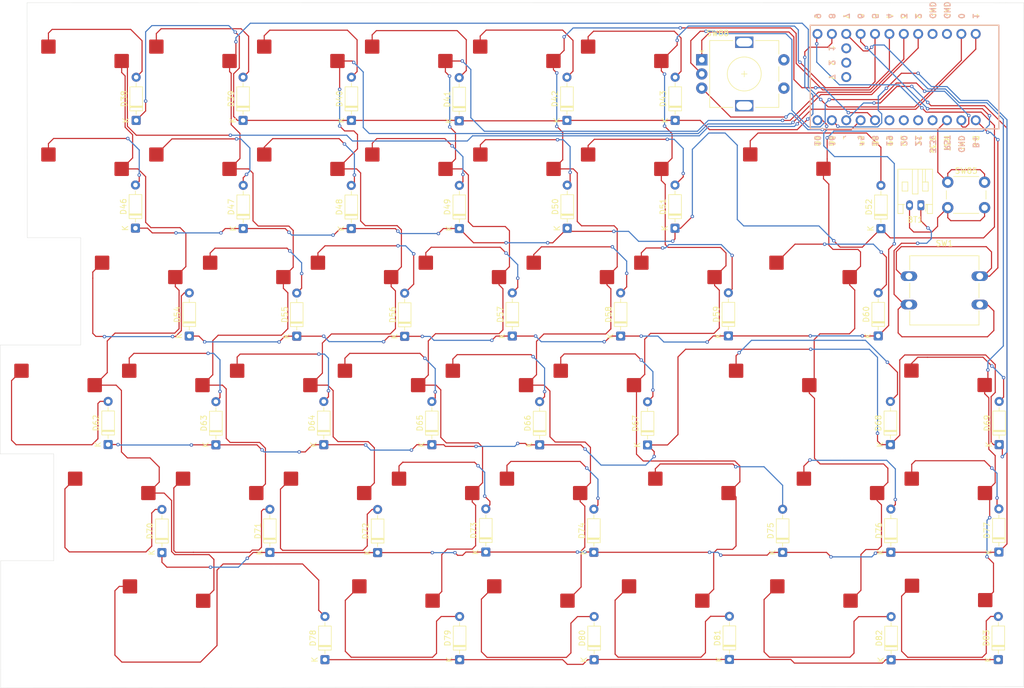
<source format=kicad_pcb>
(kicad_pcb (version 20241229) (generator "pcbnew") (generator_version "9.0")
  (layers (0 "F.Cu" signal) (2 "B.Cu" signal) (13 "F.Paste" user) (15 "B.Paste" user) (5 "F.SilkS" user "F.Silkscreen") (7 "B.SilkS" user "B.Silkscreen") (1 "F.Mask" user) (3 "B.Mask" user) (25 "Edge.Cuts" user))
  (net 0 "")
  (net 1 "GND")
  (net 2 "Net-(BT1-+)")
  (net 3 "row_R1")
  (net 4 "Net-(D38-A)")
  (net 5 "Net-(D39-A)")
  (net 6 "Net-(D40-A)")
  (net 7 "Net-(D41-A)")
  (net 8 "Net-(D42-A)")
  (net 9 "Net-(D43-A)")
  (net 10 "Net-(D46-A)")
  (net 11 "row_R2")
  (net 12 "Net-(D47-A)")
  (net 13 "Net-(D48-A)")
  (net 14 "Net-(D49-A)")
  (net 15 "Net-(D50-A)")
  (net 16 "Net-(D51-A)")
  (net 17 "Net-(D52-A)")
  (net 18 "row_R3")
  (net 19 "Net-(D54-A)")
  (net 20 "Net-(D55-A)")
  (net 21 "Net-(D56-A)")
  (net 22 "Net-(D57-A)")
  (net 23 "Net-(D58-A)")
  (net 24 "Net-(D59-A)")
  (net 25 "Net-(D60-A)")
  (net 26 "row_R4")
  (net 27 "Net-(D62-A)")
  (net 28 "Net-(D63-A)")
  (net 29 "Net-(D64-A)")
  (net 30 "Net-(D65-A)")
  (net 31 "Net-(D66-A)")
  (net 32 "Net-(D67-A)")
  (net 33 "Net-(D68-A)")
  (net 34 "Net-(D69-A)")
  (net 35 "Net-(D70-A)")
  (net 36 "row_R5")
  (net 37 "Net-(D71-A)")
  (net 38 "Net-(D72-A)")
  (net 39 "Net-(D73-A)")
  (net 40 "Net-(D74-A)")
  (net 41 "Net-(D75-A)")
  (net 42 "Net-(D76-A)")
  (net 43 "Net-(D77-A)")
  (net 44 "Net-(D78-A)")
  (net 45 "row_R6")
  (net 46 "Net-(D79-A)")
  (net 47 "Net-(D80-A)")
  (net 48 "Net-(D81-A)")
  (net 49 "Net-(D82-A)")
  (net 50 "Net-(D83-A)")
  (net 51 "B+")
  (net 52 "col_R1")
  (net 53 "col_R2")
  (net 54 "col_R3")
  (net 55 "col_R4")
  (net 56 "col_R5")
  (net 57 "col_R6")
  (net 58 "col_R7")
  (net 59 "col_R8")
  (net 60 "RST_R")
  (net 61 "GND_MCU2")
  (net 62 "B")
  (net 63 "A")
  (footprint "Diode_THT:D_DO-35_SOD27_P7.62mm_Horizontal" (layer "F.Cu") (at 83.4125 127.07 90)
    (property "Reference" "D70")
    (property "Value" "1N4148")
  )
  (footprint "kailhv4:MX-Hotswap-1U" (layer "F.Cu") (at 159.6575 100.05)
    (property "Reference" "SW67")
    (property "Value" "SW_Push_45deg")
  )
  (footprint "Diode_THT:D_DO-35_SOD27_P7.62mm_Horizontal" (layer "F.Cu") (at 183.5875 145.935 90)
    (property "Reference" "D81")
    (property "Value" "1N4148")
  )
  (footprint "Diode_THT:D_DO-35_SOD27_P7.62mm_Horizontal" (layer "F.Cu") (at 212.0125 108.01 90)
    (property "Reference" "D68")
    (property "Value" "1N4148")
  )
  (footprint "Diode_THT:D_DO-35_SOD27_P7.62mm_Horizontal" (layer "F.Cu") (at 159.6625 127.02 90)
    (property "Reference" "D74")
    (property "Value" "1N4148")
  )
  (footprint "Diode_THT:D_DO-35_SOD27_P7.62mm_Horizontal" (layer "F.Cu") (at 135.9125 69.86 90)
    (property "Reference" "D49")
    (property "Value" "1N4148")
  )
  (footprint "Diode_THT:D_DO-35_SOD27_P7.62mm_Horizontal" (layer "F.Cu") (at 210.3375 69.87 90)
    (property "Reference" "D52")
    (property "Value" "1N4148")
  )
  (footprint "kailhv4:MX-Hotswap-1U" (layer "F.Cu") (at 78.6925 80.975)
    (property "Reference" "SW54")
    (property "Value" "SW_Push_45deg")
  )
  (footprint "kailhv4:MX-Hotswap-1U" (layer "F.Cu") (at 145.4675 61.875)
    (property "Reference" "SW50")
    (property "Value" "SW_Push_45deg")
  )
  (footprint "Diode_THT:D_DO-35_SOD27_P7.62mm_Horizontal" (layer "F.Cu") (at 97.7375 50.77 90)
    (property "Reference" "D39")
    (property "Value" "1N4148")
  )
  (footprint "kailhv4:MX-Hotswap-1.25U" (layer "F.Cu") (at 124.1075 138.1)
    (property "Reference" "SW79")
    (property "Value" "SW_Push_45deg")
  )
  (footprint "kailhv4:MX-Hotswap-1.75U" (layer "F.Cu") (at 176.3575 119.1)
    (property "Reference" "SW75")
    (property "Value" "SW_Push_45deg")
  )
  (footprint "kailhv4:MX-Hotswap-1U" (layer "F.Cu") (at 116.7925 80.975)
    (property "Reference" "SW56")
    (property "Value" "SW_Push_45deg")
  )
  (footprint "kailhv4:MX-Hotswap-1.25U" (layer "F.Cu") (at 147.9175 138.1)
    (property "Reference" "SW80")
    (property "Value" "SW_Push_45deg")
  )
  (footprint "Diode_THT:D_DO-35_SOD27_P7.62mm_Horizontal" (layer "F.Cu") (at 140.5875 126.97 90)
    (property "Reference" "D73")
    (property "Value" "1N4148")
  )
  (footprint "Diode_THT:D_DO-35_SOD27_P7.62mm_Horizontal" (layer "F.Cu") (at 154.9125 50.77 90)
    (property "Reference" "D42")
    (property "Value" "1N4148")
  )
  (footprint "kailhv4:MX-Hotswap-1U" (layer "F.Cu") (at 221.5675 100.025)
    (property "Reference" "SW69")
    (property "Value" "SW_Push_45deg")
  )
  (footprint "Diode_THT:D_DO-35_SOD27_P7.62mm_Horizontal" (layer "F.Cu") (at 126.2625 88.895 90)
    (property "Reference" "D56")
    (property "Value" "1N4148")
  )
  (footprint "kailhv4:MX-Hotswap-1U" (layer "F.Cu") (at 107.3125 42.825)
    (property "Reference" "SW40")
    (property "Value" "SW_Push_45deg")
  )
  (footprint "Diode_THT:D_DO-35_SOD27_P7.62mm_Horizontal" (layer "F.Cu") (at 159.7125 145.985 90)
    (property "Reference" "D80")
    (property "Value" "1N4148")
  )
  (footprint "kailhv4:MX-Hotswap-2.25U" (layer "F.Cu") (at 190.6125 100.05)
    (property "Reference" "SW68")
    (property "Value" "SW_Push_45deg")
  )
  (footprint "Diode_THT:D_DO-35_SOD27_P7.62mm_Horizontal" (layer "F.Cu") (at 231.1625 126.97 90)
    (property "Reference" "D77")
    (property "Value" "1N4148")
  )
  (footprint "Diode_THT:D_DO-35_SOD27_P7.62mm_Horizontal" (layer "F.Cu") (at 107.2125 88.87 90)
    (property "Reference" "D55")
    (property "Value" "1N4148")
  )
  (footprint "Diode_THT:D_DO-35_SOD27_P7.62mm_Horizontal" (layer "F.Cu") (at 78.7375 69.795 90)
    (property "Reference" "D46")
    (property "Value" "1N4148")
  )
  (footprint "kailhv4:MX-Hotswap-1U" (layer "F.Cu") (at 221.6675 138)
    (property "Reference" "SW83")
    (property "Value" "SW_Push_45deg")
  )
  (footprint "kailhv4:MX-Hotswap-1U" (layer "F.Cu") (at 88.2675 61.875)
    (property "Reference" "SW47")
    (property "Value" "SW_Push_45deg")
  )
  (footprint "Diode_THT:D_DO-35_SOD27_P7.62mm_Horizontal" (layer "F.Cu") (at 116.8625 50.77 90)
    (property "Reference" "D40")
    (property "Value" "1N4148")
  )
  (footprint "Diode_THT:D_DO-35_SOD27_P7.62mm_Horizontal" (layer "F.Cu") (at 116.8375 69.87 90)
    (property "Reference" "D48")
    (property "Value" "1N4148")
  )
  (footprint "kailhv4:MX-Hotswap-1U" (layer "F.Cu") (at 126.3925 61.875)
    (property "Reference" "SW49")
    (property "Value" "SW_Push_45deg")
  )
  (footprint "kailhv4:MX-Hotswap-1U" (layer "F.Cu") (at 64.4575 100.05)
    (property "Reference" "SW62")
    (property "Value" "SW_Push_45deg")
  )
  (footprint "Button_Switch_THT:SW_SPST_Omron_B3F-40xx" (layer "F.Cu") (at 215.2875 78.275)
    (property "Reference" "SW1")
    (property "Value" "SW_SPST")
  )
  (footprint "kailhv4:MX-Hotswap-1U" (layer "F.Cu") (at 135.8375 80.975)
    (property "Reference" "SW57")
    (property "Value" "SW_Push_45deg")
  )
  (footprint "Diode_THT:D_DO-35_SOD27_P7.62mm_Horizontal" (layer "F.Cu") (at 121.4875 127.07 90)
    (property "Reference" "D72")
    (property "Value" "1N4148")
  )
  (footprint "kailhv4:MX-Hotswap-1U" (layer "F.Cu") (at 131.1075 119.1)
    (property "Reference" "SW73")
    (property "Value" "SW_Push_45deg")
  )
  (footprint "kailhv4:MX-Hotswap-1U" (layer "F.Cu") (at 154.8925 80.975)
    (property "Reference" "SW58")
    (property "Value" "SW_Push_45deg")
  )
  (footprint "kailhv4:MX-Hotswap-1U" (layer "F.Cu") (at 221.6175 119.1)
    (property "Reference" "SW77")
    (property "Value" "SW_Push_45deg")
  )
  (footprint "Connector_JST:JST_PH_S2B-PH-K_1x02_P2.00mm_Horizontal" (layer "F.Cu") (at 217.3875 65.75 180)
    (property "Reference" "BT1")
    (property "Value" "Battery_Cell")
  )
  (footprint "kailhv4:MX-Hotswap-3U" (layer "F.Cu") (at 83.6075 138.115)
    (property "Reference" "SW78")
    (property "Value" "SW_Push_45deg")
  )
  (footprint "Diode_THT:D_DO-35_SOD27_P7.62mm_Horizontal" (layer "F.Cu") (at 169.1375 108.07 90)
    (property "Reference" "D67")
    (property "Value" "1N4148")
  )
  (footprint "Diode_THT:D_DO-35_SOD27_P7.62mm_Horizontal" (layer "F.Cu") (at 131.0625 108.02 90)
    (property "Reference" "D65")
    (property "Value" "1N4148")
  )
  (footprint "Diode_THT:D_DO-35_SOD27_P7.62mm_Horizontal" (layer "F.Cu") (at 174.0125 50.77 90)
    (property "Reference" "D43")
    (property "Value" "1N4148")
  )
  (footprint "Diode_THT:D_DO-35_SOD27_P7.62mm_Horizontal" (layer "F.Cu") (at 212.1375 145.995 90)
    (property "Reference" "D82")
    (property "Value" "1N4148")
  )
  (footprint "Diode_THT:D_DO-35_SOD27_P7.62mm_Horizontal" (layer "F.Cu") (at 97.7625 69.86 90)
    (property "Reference" "D47")
    (property "Value" "1N4148")
  )
  (footprint "kailhv4:MX-Hotswap-1U" (layer "F.Cu") (at 69.2175 42.825)
    (property "Reference" "SW38")
    (property "Value" "SW_Push_45deg")
  )
  (footprint "kailhv4:MX-Hotswap-1U" (layer "F.Cu") (at 92.9825 119.1)
    (property "Reference" "SW71")
    (property "Value" "SW_Push_45deg")
  )
  (footprint "Diode_THT:D_DO-35_SOD27_P7.62mm_Horizontal" (layer "F.Cu") (at 145.2625 88.845 90)
    (property "Reference" "D57")
    (property "Value" "1N4148")
  )
  (footprint "kailhv4:MX-Hotswap-1U" (layer "F.Cu") (at 164.4925 42.825)
    (property "Reference" "SW43")
    (property "Value" "SW_Push_45deg")
  )
  (footprint "kailhv4:MX-Hotswap-1U" (layer "F.Cu") (at 121.5575 100.05)
    (property "Reference" "SW65")
    (property "Value" "SW_Push_45deg")
  )
  (footprint "Diode_THT:D_DO-35_SOD27_P7.62mm_Horizontal" (layer "F.Cu") (at 164.3875 88.845 90)
    (property "Reference" "D58")
    (property "Value" "1N4148")
  )
  (footprint "Diode_THT:D_DO-35_SOD27_P7.62mm_Horizontal" (layer "F.Cu") (at 92.9375 108.045 90)
    (property "Reference" "D63")
    (property "Value" "1N4148")
  )
  (footprint "Diode_THT:D_DO-35_SOD27_P7.62mm_Horizontal" (layer "F.Cu") (at 173.9875 69.81 90)
    (property "Reference" "D51")
    (property "Value" "1N4148")
  )
  (footprint "kailhv4:MX-Hotswap-1U" (layer "F.Cu") (at 202.5825 119.1)
    (property "Reference" "SW76")
    (property "Value" "SW_Push_45deg")
  )
  (footprint "Diode_THT:D_DO-35_SOD27_P7.62mm_Horizontal" (layer "F.Cu") (at 183.4125 88.82 90)
    (property "Reference" "D59")
    (property "Value" "1N4148")
  )
  (footprint "Diode_THT:D_DO-35_SOD27_P7.62mm_Horizontal" (layer "F.Cu") (at 209.8625 88.825 90)
    (property "Reference" "D60")
    (property "Value" "1N4148")
  )
  (footprint "Diode_THT:D_DO-35_SOD27_P7.62mm_Horizontal" (layer "F.Cu") (at 135.8875 50.845 90)
    (property "Reference" "D41")
    (property "Value" "1N4148")
  )
  (footprint "kailhv4:MX-Hotswap-1U" (layer "F.Cu") (at 173.8875 80.975)
    (property "Reference" "SW59")
    (property "Value" "SW_Push_45deg")
  )
  (footprint "Diode_THT:D_DO-35_SOD27_P7.62mm_Horizontal" (layer "F.Cu") (at 231.0625 145.96 90)
    (property "Reference" "D83")
    (property "Value" "1N4148")
  )
  (footprint "Diode_THT:D_DO-35_SOD27_P7.62mm_Horizontal" (layer "F.Cu") (at 231.2125 108.01 90)
    (property "Reference" "D69")
    (property "Value" "1N4148")
  )
  (footprint "kailhv4:MX-Hotswap-1U" (layer "F.Cu") (at 97.7675 80.975)
    (property "Reference" "SW55")
    (property "Value" "SW_Push_45deg")
  )
  (footprint "Diode_THT:D_DO-35_SOD27_P7.62mm_Horizontal" (layer "F.Cu") (at 88.2375 88.845 90)
    (property "Reference" "D54")
    (property "Value" "1N4148")
  )
  (footprint "Diode_THT:D_DO-35_SOD27_P7.62mm_Horizontal" (layer "F.Cu") (at 102.4625 127.045 90)
    (property "Reference" "D71")
    (property "Value" "1N4148")
  )
  (footprint "Rotary_Encoder:RotaryEncoder_Alps_EC11E-Switch_Vertical_H20mm" (layer "F.Cu") (at 178.7125 40.075)
    (property "Reference" "SW88")
    (property "Value" "RotaryEncoder")
  )
  (footprint "kailhv4:MX-Hotswap-1U" (layer "F.Cu") (at 112.0325 119.1)
    (property "Reference" "SW72")
    (property "Value" "SW_Push_45deg")
  )
  (footprint "Diode_THT:D_DO-35_SOD27_P7.62mm_Horizontal" (layer "F.Cu") (at 135.9625 145.97 90)
    (property "Reference" "D79")
    (property "Value" "1N4148")
  )
  (footprint "kailhv4:MX-Hotswap-2U" (layer "F.Cu") (at 193.1125 61.85505)
    (property "Reference" "SW52")
    (property "Value" "SW_Push_45deg")
  )
  (footprint "Diode_THT:D_DO-35_SOD27_P7.62mm_Horizontal" (layer "F.Cu") (at 112.1875 145.97 90)
    (property "Reference" "D78")
    (property "Value" "1N4148")
  )
  (footprint "Diode_THT:D_DO-35_SOD27_P7.62mm_Horizontal" (layer "F.Cu") (at 150.0875 108.045 90)
    (property "Reference" "D66")
    (property "Value" "1N4148")
  )
  (footprint "Diode_THT:D_DO-35_SOD27_P7.62mm_Horizontal" (layer "F.Cu") (at 73.9125 107.995 90)
    (property "Reference" "D62")
    (property "Value" "1N4148")
  )
  (footprint "scotto:Nice_Nano_V2" (layer "F.Cu") (at 213.3875 43.125 -90)
    (property "Reference" "U1" (hide yes))
    (property "Value" "Nice_Nano_V2" (hide yes))
  )
  (footprint "kailhv4:MX-Hotswap-1U" (layer "F.Cu") (at 69.2175 61.875)
    (property "Reference" "SW46")
    (property "Value" "SW_Push_45deg")
  )
  (footprint "kailhv4:MX-Hotswap-1.5U" (layer "F.Cu") (at 197.7425 80.975)
    (property "Reference" "SW60")
    (property "Value" "SW_Push_45deg")
  )
  (footprint "kailhv4:MX-Hotswap-1U" (layer "F.Cu") (at 73.9325 119.1)
    (property "Reference" "SW70")
    (property "Value" "SW_Push_45deg")
  )
  (footprint "kailhv4:MX-Hotswap-1U" (layer "F.Cu") (at 102.5325 100.05)
    (property "Reference" "SW64")
    (property "Value" "SW_Push_45deg")
  )
  (footprint "Diode_THT:D_DO-35_SOD27_P7.62mm_Horizontal" (layer "F.Cu") (at 111.9875 108.02 90)
    (property "Reference" "D64")
    (property "Value" "1N4148")
  )
  (footprint "kailhv4:MX-Hotswap-1.25U" (layer "F.Cu") (at 171.7175 138.1)
    (property "Reference" "SW81")
    (property "Value" "SW_Push_45deg")
  )
  (footprint "Button_Switch_THT:SW_PUSH_6mm" (layer "F.Cu") (at 222.1375 61.675)
    (property "Reference" "SW85")
    (property "Value" "SW_Push")
  )
  (footprint "kailhv4:MX-Hotswap-1U" (layer "F.Cu") (at 88.2675 42.825)
    (property "Reference" "SW39")
    (property "Value" "SW_Push_45deg")
  )
  (footprint "kailhv4:MX-Hotswap-1U" (layer "F.Cu") (at 126.3675 42.825)
    (property "Reference" "SW41")
    (property "Value" "SW_Push_45deg")
  )
  (footprint "kailhv4:MX-Hotswap-1U" (layer "F.Cu") (at 83.4825 100.05)
    (property "Reference" "SW63")
    (property "Value" "SW_Push_45deg")
  )
  (footprint "kailhv4:MX-Hotswap-1U" (layer "F.Cu") (at 150.1625 119.1)
    (property "Reference" "SW74")
    (property "Value" "SW_Push_45deg")
  )
  (footprint "kailhv4:MX-Hotswap-1U" (layer "F.Cu") (at 140.6075 100.05)
    (property "Reference" "SW66")
    (property "Value" "SW_Push_45deg")
  )
  (footprint "Diode_THT:D_DO-35_SOD27_P7.62mm_Horizontal" (layer "F.Cu") (at 78.8625 50.77 90)
    (property "Reference" "D38")
    (property "Value" "1N4148")
  )
  (footprint "kailhv4:MX-Hotswap-1U" (layer "F.Cu") (at 107.3175 61.875)
    (property "Reference" "SW48")
    (property "Value" "SW_Push_45deg")
  )
  (footprint "kailhv4:MX-Hotswap-1U" (layer "F.Cu") (at 164.4925 61.875)
    (property "Reference" "SW51")
    (property "Value" "SW_Push_45deg")
  )
  (footprint "kailhv4:MX-Hotswap-1U" (layer "F.Cu") (at 145.4425 42.825)
    (property "Reference" "SW42")
    (property "Value" "SW_Push_45deg")
  )
  (footprint "Diode_THT:D_DO-35_SOD27_P7.62mm_Horizontal" (layer "F.Cu") (at 192.9875 127.035 90)
    (property "Reference" "D75")
    (property "Value" "1N4148")
  )
  (footprint "Diode_THT:D_DO-35_SOD27_P7.62mm_Horizontal" (layer "F.Cu") (at 154.9625 69.82 90)
    (property "Reference" "D50")
    (property "Value" "1N4148")
  )
  (footprint "kailhv4:MX-Hotswap-1.5U" (layer "F.Cu") (at 197.8925 138.1)
    (property "Reference" "SW82")
    (property "Value" "SW_Push_45deg")
  )
  (footprint "Diode_THT:D_DO-35_SOD27_P7.62mm_Horizontal" (layer "F.Cu") (at 212.0875 127.01 90)
    (property "Reference" "D76")
    (property "Value" "1N4148")
  )
  (gr_line (start 54.85 109.65) (end 64.325 109.65) (stroke (width 0.05)) (layer "Edge.Cuts"))
  (gr_line (start 59.625 71.475) (end 69.075 71.475) (stroke (width 0.05)) (layer "Edge.Cuts"))
  (gr_line (start 59.6 33.225) (end 59.625 71.475) (stroke (width 0.05)) (layer "Edge.Cuts"))
  (gr_line (start 232.35 150.725) (end 235.525 150.725) (stroke (width 0.05)) (layer "Edge.Cuts"))
  (gr_line (start 54.95 150.95) (end 232.35 150.725) (stroke (width 0.05)) (layer "Edge.Cuts"))
  (gr_line (start 64.325 128.5) (end 54.95 128.5) (stroke (width 0.05)) (layer "Edge.Cuts"))
  (gr_line (start 69.075 90.425) (end 54.85 90.425) (stroke (width 0.05)) (layer "Edge.Cuts"))
  (gr_line (start 54.85 90.425) (end 54.85 109.65) (stroke (width 0.05)) (layer "Edge.Cuts"))
  (gr_line (start 59.6 33.225) (end 59.6 30) (stroke (width 0.05)) (layer "Edge.Cuts"))
  (gr_line (start 235.575 30.025) (end 235.525 150.725) (stroke (width 0.05)) (layer "Edge.Cuts"))
  (gr_line (start 232.35 30.025157) (end 235.575 30.025) (stroke (width 0.05)) (layer "Edge.Cuts"))
  (gr_line (start 59.6 30) (end 231.275 30.025) (stroke (width 0.05)) (layer "Edge.Cuts"))
  (gr_line (start 69.075 71.475) (end 69.075 90.425) (stroke (width 0.05)) (layer "Edge.Cuts"))
  (gr_line (start 54.95 128.5) (end 54.95 147.725) (stroke (width 0.05)) (layer "Edge.Cuts"))
  (gr_line (start 64.325 109.65) (end 64.325 128.5) (stroke (width 0.05)) (layer "Edge.Cuts"))
  (gr_line (start 54.95 147.725) (end 54.95 150.95) (stroke (width 0.05)) (layer "Edge.Cuts"))
  (gr_line (start 232.35 30.025157) (end 231.275 30.025) (stroke (width 0.05)) (layer "Edge.Cuts"))
  (segment (start 216.1225 70.48) (end 219.3325 70.48) (width 0.2) (layer "F.Cu") (net 1))
  (segment (start 220.3425 69.47) (end 220.3425 67.97) (width 0.2) (layer "F.Cu") (net 1))
  (segment (start 215.387499 69.744999) (end 216.1225 70.48) (width 0.2) (layer "F.Cu") (net 1))
  (segment (start 228.6375 67.715) (end 228.6375 66.175) (width 0.2) (layer "F.Cu") (net 1))
  (segment (start 220.3425 67.97) (end 222.1375 66.175) (width 0.2) (layer "F.Cu") (net 1))
  (segment (start 227.8825 68.47) (end 228.6375 67.715) (width 0.2) (layer "F.Cu") (net 1))
  (segment (start 222.6625 68.47) (end 227.8825 68.47) (width 0.2) (layer "F.Cu") (net 1))
  (segment (start 215.387499 65.75) (end 215.387499 69.744999) (width 0.2) (layer "F.Cu") (net 1))
  (segment (start 219.3325 70.48) (end 220.3425 69.47) (width 0.2) (layer "F.Cu") (net 1))
  (segment (start 222.1375 67.945) (end 222.6625 68.47) (width 0.2) (layer "F.Cu") (net 1))
  (segment (start 222.1375 66.175) (end 222.1375 67.945) (width 0.2) (layer "F.Cu") (net 1))
  (segment (start 229.1375 83.275) (end 227.7875 83.275) (width 0.2) (layer "F.Cu") (net 2))
  (segment (start 218.6425 69.76) (end 217.3875 68.505) (width 0.2) (layer "F.Cu") (net 2))
  (segment (start 213.9654 72.46) (end 216.8225 72.46) (width 0.2) (layer "F.Cu") (net 2))
  (segment (start 229.1625 88.97) (end 230.2725 87.86) (width 0.2) (layer "F.Cu") (net 2))
  (segment (start 215.2875 83.275) (end 214.4575 83.275) (width 0.2) (layer "F.Cu") (net 2))
  (segment (start 230.2725 87.86) (end 230.2725 84.41) (width 0.2) (layer "F.Cu") (net 2))
  (segment (start 230.2725 84.41) (end 229.1375 83.275) (width 0.2) (layer "F.Cu") (net 2))
  (segment (start 215.2875 83.275) (end 214.2275 83.275) (width 0.2) (layer "F.Cu") (net 2))
  (segment (start 213.3825 88.3) (end 214.0525 88.97) (width 0.2) (layer "F.Cu") (net 2))
  (segment (start 213.3825 84.12) (end 213.3825 88.3) (width 0.2) (layer "F.Cu") (net 2))
  (segment (start 214.2275 83.275) (end 213.3825 84.12) (width 0.2) (layer "F.Cu") (net 2))
  (segment (start 212.6615 73.7639) (end 213.9654 72.46) (width 0.2) (layer "F.Cu") (net 2))
  (segment (start 214.4575 83.275) (end 213.0025 81.82) (width 0.2) (layer "F.Cu") (net 2))
  (segment (start 213.0025 81.82) (end 212.6615 81.479) (width 0.2) (layer "F.Cu") (net 2))
  (segment (start 214.0525 88.97) (end 229.1625 88.97) (width 0.2) (layer "F.Cu") (net 2))
  (segment (start 217.3875 68.505) (end 217.3875 65.75) (width 0.2) (layer "F.Cu") (net 2))
  (segment (start 212.6615 81.479) (end 212.6615 73.7639) (width 0.2) (layer "F.Cu") (net 2))
  (via (at 218.6425 69.76) (size 0.6) (drill 0.3) (layers "F.Cu" "B.Cu") (net 2))
  (via (at 216.8225 72.46) (size 0.6) (drill 0.3) (layers "F.Cu" "B.Cu") (net 2))
  (segment (start 216.8225 72.46) (end 218.4225 72.46) (width 0.2) (layer "B.Cu") (net 2))
  (segment (start 218.4225 72.46) (end 219.2425 71.64) (width 0.2) (layer "B.Cu") (net 2))
  (segment (start 219.2425 71.64) (end 219.2425 70.36) (width 0.2) (layer "B.Cu") (net 2))
  (segment (start 219.2425 70.36) (end 218.6425 69.76) (width 0.2) (layer "B.Cu") (net 2))
  (segment (start 196.9025 39.64) (end 196.9025 38.66) (width 0.2) (layer "F.Cu") (net 3))
  (segment (start 154.8375 50.845) (end 154.9125 50.77) (width 0.2) (layer "F.Cu") (net 3))
  (segment (start 195.568497 52.4) (end 197.425988 50.542509) (width 0.2) (layer "F.Cu") (net 3))
  (segment (start 96.7525 50.77) (end 96.0725 50.09) (width 0.2) (layer "F.Cu") (net 3))
  (segment (start 135.8875 50.845) (end 154.8375 50.845) (width 0.2) (layer "F.Cu") (net 3))
  (segment (start 96.0725 50.09) (end 96.0725 42.54) (width 0.2) (layer "F.Cu") (net 3))
  (segment (start 96.0725 42.54) (end 97.0725 41.54) (width 0.2) (layer "F.Cu") (net 3))
  (segment (start 174.0125 50.77) (end 178.4425 50.77) (width 0.2) (layer "F.Cu") (net 3))
  (segment (start 154.9125 50.77) (end 174.0125 50.77) (width 0.2) (layer "F.Cu") (net 3))
  (segment (start 196.9025 38.66) (end 197.7125 37.85) (width 0.2) (layer "F.Cu") (net 3))
  (segment (start 135.8125 50.77) (end 135.8875 50.845) (width 0.2) (layer "F.Cu") (net 3))
  (segment (start 97.0725 35.9) (end 96.3625 35.19) (width 0.2) (layer "F.Cu") (net 3))
  (segment (start 180.0725 52.4) (end 195.568497 52.4) (width 0.2) (layer "F.Cu") (net 3))
  (segment (start 201.6775 37.125) (end 201.6775 35.505) (width 0.2) (layer "F.Cu") (net 3))
  (segment (start 80.5325 47.36) (end 80.5325 49.1) (width 0.2) (layer "F.Cu") (net 3))
  (segment (start 80.5325 49.1) (end 78.8625 50.77) (width 0.2) (layer "F.Cu") (net 3))
  (segment (start 178.4425 50.77) (end 180.0725 52.4) (width 0.2) (layer "F.Cu") (net 3))
  (segment (start 97.7375 50.77) (end 96.7525 50.77) (width 0.2) (layer "F.Cu") (net 3))
  (segment (start 200.9525 37.85) (end 201.6775 37.125) (width 0.2) (layer "F.Cu") (net 3))
  (segment (start 116.8625 50.77) (end 135.8125 50.77) (width 0.2) (layer "F.Cu") (net 3))
  (segment (start 197.7125 37.85) (end 200.9525 37.85) (width 0.2) (layer "F.Cu") (net 3))
  (segment (start 97.7375 50.77) (end 116.8625 50.77) (width 0.2) (layer "F.Cu") (net 3))
  (segment (start 97.0725 41.54) (end 97.0725 35.9) (width 0.2) (layer "F.Cu") (net 3))
  (via (at 197.425988 50.542509) (size 0.6) (drill 0.3) (layers "F.Cu" "B.Cu") (net 3))
  (via (at 80.5325 47.36) (size 0.6) (drill 0.3) (layers "F.Cu" "B.Cu") (net 3))
  (via (at 196.9025 39.64) (size 0.6) (drill 0.3) (layers "F.Cu" "B.Cu") (net 3))
  (via (at 96.3625 35.19) (size 0.6) (drill 0.3) (layers "F.Cu" "B.Cu") (net 3))
  (segment (start 196.9025 44.8471) (end 196.9025 39.64) (width 0.2) (layer "B.Cu") (net 3))
  (segment (start 81.6425 34.03) (end 80.5325 35.14) (width 0.2) (layer "B.Cu") (net 3))
  (segment (start 198.3325 49.635997) (end 198.3325 46.2771) (width 0.2) (layer "B.Cu") (net 3))
  (segment (start 197.425988 50.542509) (end 198.3325 49.635997) (width 0.2) (layer "B.Cu") (net 3))
  (segment (start 95.2025 34.03) (end 81.6425 34.03) (width 0.2) (layer "B.Cu") (net 3))
  (segment (start 198.3325 46.2771) (end 196.9025 44.8471) (width 0.2) (layer "B.Cu") (net 3))
  (segment (start 96.3625 35.19) (end 95.2025 34.03) (width 0.2) (layer "B.Cu") (net 3))
  (segment (start 80.5325 35.14) (end 80.5325 47.36) (width 0.2) (layer "B.Cu") (net 3))
  (segment (start 77.9025 34.71) (end 79.9025 36.71) (width 0.2) (layer "F.Cu") (net 4))
  (segment (start 79.9025 36.71) (end 79.9025 42.11) (width 0.2) (layer "F.Cu") (net 4))
  (segment (start 63.3755 35.357) (end 64.0225 34.71) (width 0.2) (layer "F.Cu") (net 4))
  (segment (start 63.3755 37.745) (end 63.3755 35.357) (width 0.2) (layer "F.Cu") (net 4))
  (segment (start 79.9025 42.11) (end 78.8625 43.15) (width 0.2) (layer "F.Cu") (net 4))
  (segment (start 64.0225 34.71) (end 77.9025 34.71) (width 0.2) (layer "F.Cu") (net 4))
  (segment (start 98.7125 42.175) (end 97.7375 43.15) (width 0.2) (layer "F.Cu") (net 5))
  (segment (start 97.3825 34.59) (end 98.7125 35.92) (width 0.2) (layer "F.Cu") (net 5))
  (segment (start 82.4255 37.745) (end 82.4255 35.437) (width 0.2) (layer "F.Cu") (net 5))
  (segment (start 98.7125 35.92) (end 98.7125 42.175) (width 0.2) (layer "F.Cu") (net 5))
  (segment (start 83.2725 34.59) (end 97.3825 34.59) (width 0.2) (layer "F.Cu") (net 5))
  (segment (start 82.4255 35.437) (end 83.2725 34.59) (width 0.2) (layer "F.Cu") (net 5))
  (segment (start 117.8625 36.55) (end 117.8625 42.15) (width 0.2) (layer "F.Cu") (net 6))
  (segment (start 101.4705 35.822) (end 102.4425 34.85) (width 0.2) (layer "F.Cu") (net 6))
  (segment (start 116.1625 34.85) (end 117.8625 36.55) (width 0.2) (layer "F.Cu") (net 6))
  (segment (start 117.8625 42.15) (end 116.8625 43.15) (width 0.2) (layer "F.Cu") (net 6))
  (segment (start 101.4705 37.745) (end 101.4705 35.822) (width 0.2) (layer "F.Cu") (net 6))
  (segment (start 102.4425 34.85) (end 116.1625 34.85) (width 0.2) (layer "F.Cu") (net 6))
  (segment (start 120.5255 35.667) (end 121.2725 34.92) (width 0.2) (layer "F.Cu") (net 7))
  (segment (start 121.2725 34.92) (end 135.5225 34.92) (width 0.2) (layer "F.Cu") (net 7))
  (segment (start 135.5225 34.92) (end 137.1425 36.54) (width 0.2) (layer "F.Cu") (net 7))
  (segment (start 137.1425 36.54) (end 137.1425 41.97) (width 0.2) (layer "F.Cu") (net 7))
  (segment (start 137.1425 41.97) (end 135.8875 43.225) (width 0.2) (layer "F.Cu") (net 7))
  (segment (start 120.5255 37.745) (end 120.5255 35.667) (width 0.2) (layer "F.Cu") (net 7))
  (segment (start 155.9825 42.08) (end 154.9125 43.15) (width 0.2) (layer "F.Cu") (net 8))
  (segment (start 140.6525 34.83) (end 154.1525 34.83) (width 0.2) (layer "F.Cu") (net 8))
  (segment (start 155.9825 36.66) (end 155.9825 42.08) (width 0.2) (layer "F.Cu") (net 8))
  (segment (start 139.6005 35.882) (end 140.6525 34.83) (width 0.2) (layer "F.Cu") (net 8))
  (segment (start 139.6005 37.745) (end 139.6005 35.882) (width 0.2) (layer "F.Cu") (net 8))
  (segment (start 154.1525 34.83) (end 155.9825 36.66) (width 0.2) (layer "F.Cu") (net 8))
  (segment (start 158.6505 35.982) (end 159.6025 35.03) (width 0.2) (layer "F.Cu") (net 9))
  (segment (start 175.0525 36.22) (end 175.0525 42.11) (width 0.2) (layer "F.Cu") (net 9))
  (segment (start 158.6505 37.745) (end 158.6505 35.982) (width 0.2) (layer "F.Cu") (net 9))
  (segment (start 175.0525 42.11) (end 174.0125 43.15) (width 0.2) (layer "F.Cu") (net 9))
  (segment (start 173.8625 35.03) (end 175.0525 36.22) (width 0.2) (layer "F.Cu") (net 9))
  (segment (start 159.6025 35.03) (end 173.8625 35.03) (width 0.2) (layer "F.Cu") (net 9))
  (segment (start 77.3725 53.96) (end 77.3825 53.97) (width 0.2) (layer "F.Cu") (net 10))
  (segment (start 79.405735 60.416765) (end 79.405735 61.506765) (width 0.2) (layer "F.Cu") (net 10))
  (segment (start 63.3755 56.795) (end 63.3755 54.877) (width 0.2) (layer "F.Cu") (net 10))
  (segment (start 79.405735 61.506765) (end 78.7375 62.175) (width 0.2) (layer "F.Cu") (net 10))
  (segment (start 64.2925 53.96) (end 77.3725 53.96) (width 0.2) (layer "F.Cu") (net 10))
  (segment (start 63.3755 54.877) (end 64.2925 53.96) (width 0.2) (layer "F.Cu") (net 10))
  (via (at 79.405735 60.416765) (size 0.6) (drill 0.3) (layers "F.Cu" "B.Cu") (net 10))
  (via (at 77.3825 53.97) (size 0.6) (drill 0.3) (layers "F.Cu" "B.Cu") (net 10))
  (segment (start 79.405735 55.993235) (end 79.405735 60.416765) (width 0.2) (layer "B.Cu") (net 10))
  (segment (start 77.3825 53.97) (end 79.405735 55.993235) (width 0.2) (layer "B.Cu") (net 10))
  (segment (start 81.7125 70.63) (end 85.8925 70.63) (width 0.2) (layer "F.Cu") (net 11))
  (segment (start 177.0525 67.73) (end 174.9725 69.81) (width 0.2) (layer "F.Cu") (net 11))
  (segment (start 155.5025 70.36) (end 163.1875 70.36) (width 0.2) (layer "F.Cu") (net 11))
  (segment (start 133.105991 69.86) (end 135.9125 69.86) (width 0.2) (layer "F.Cu") (net 11))
  (segment (start 199.0025 37.25) (end 199.0025 35.64) (width 0.2) (layer "F.Cu") (net 11))
  (segment (start 116.8375 69.87) (end 124.60897 69.87) (width 0.2) (layer "F.Cu") (net 11))
  (segment (start 228.4625 71.51) (end 230.3825 69.59) (width 0.2) (layer "F.Cu") (net 11))
  (segment (start 93.8225 70.63) (end 94.5925 69.86) (width 0.2) (layer "F.Cu") (net 11))
  (segment (start 210.3375 69.87) (end 207.0585 73.149) (width 0.2) (layer "F.Cu") (net 11))
  (segment (start 174.9725 69.81) (end 173.9875 69.81) (width 0.2) (layer "F.Cu") (net 11))
  (segment (start 81.2325 70.15) (end 81.7125 70.63) (width 0.2) (layer "F.Cu") (net 11))
  (segment (start 97.7625 69.86) (end 105.1725 69.86) (width 0.2) (layer "F.Cu") (net 11))
  (segment (start 105.1725 69.86) (end 105.8425 70.53) (width 0.2) (layer "F.Cu") (net 11))
  (segment (start 199.0025 35.64) (end 199.1375 35.505) (width 0.2) (layer "F.Cu") (net 11))
  (segment (start 152.4025 72.38) (end 154.9625 69.82) (width 0.2) (layer "F.Cu") (net 11))
  (segment (start 132.22046 70.745531) (end 133.105991 69.86) (width 0.2) (layer "F.Cu") (net 11))
  (segment (start 151.5125 72.38) (end 152.4025 72.38) (width 0.2) (layer "F.Cu") (net 11))
  (segment (start 173.9875 71.685) (end 173.9875 69.81) (width 0.2) (layer "F.Cu") (net 11))
  (segment (start 80.8775 69.795) (end 81.2325 70.15) (width 0.2) (layer "F.Cu") (net 11))
  (segment (start 203.1415 73.149) (end 207.0585 73.149) (width 0.2) (layer "F.Cu") (net 11))
  (segment (start 230.3825 55.55) (end 230.3825 51.67) (width 0.2) (layer "F.Cu") (net 11))
  (segment (start 94.5925 69.86) (end 97.7625 69.86) (width 0.2) (layer "F.Cu") (net 11))
  (segment (start 78.7375 69.795) (end 80.8775 69.795) (width 0.2) (layer "F.Cu") (net 11))
  (segment (start 114.8925 69.87) (end 116.8375 69.87) (width 0.2) (layer "F.Cu") (net 11))
  (segment (start 173.5825 72.09) (end 173.9875 71.685) (width 0.2) (layer "F.Cu") (net 11))
  (segment (start 124.60897 69.87) (end 125.060735 70.321765) (width 0.2) (layer "F.Cu") (net 11))
  (segment (start 113.6225 71.02) (end 113.7425 71.02) (width 0.2) (layer "F.Cu") (net 11))
  (segment (start 230.3825 51.67) (end 228.0225 49.31) (width 0.2) (layer "F.Cu") (net 11))
  (segment (start 202.0125 72.02) (end 203.1415 73.149) (width 0.2) (layer "F.Cu") (net 11))
  (segment (start 218.3225 49.31) (end 217.570315 48.557815) (width 0.2) (layer "F.Cu") (net 11))
  (segment (start 210.3375 69.87) (end 211.9775 71.51) (width 0.2) (layer "F.Cu") (net 11))
  (segment (start 228.0225 49.31) (end 218.3225 49.31) (width 0.2) (layer "F.Cu") (net 11))
  (segment (start 230.3825 69.59) (end 230.3825 55.55) (width 0.2) (layer "F.Cu") (net 11))
  (segment (start 113.7425 71.02) (end 114.8925 69.87) (width 0.2) (layer "F.Cu") (net 11))
  (segment (start 154.9625 69.82) (end 155.5025 70.36) (width 0.2) (layer "F.Cu") (net 11))
  (segment (start 138.4225 72.37) (end 144.1625 72.37) (width 0.2) (layer "F.Cu") (net 11))
  (segment (start 211.9775 71.51) (end 228.4625 71.51) (width 0.2) (layer "F.Cu") (net 11))
  (segment (start 135.9125 69.86) (end 138.4225 72.37) (width 0.2) (layer "F.Cu") (net 11))
  (via (at 151.5125 72.38) (size 0.6) (drill 0.3) (layers "F.Cu" "B.Cu") (net 11))
  (via (at 113.6225 71.02) (size 0.6) (drill 0.3) (layers "F.Cu" "B.Cu") (net 11))
  (via (at 199.0025 37.25) (size 0.6) (drill 0.3) (layers "F.Cu" "B.Cu") (net 11))
  (via (at 144.1625 72.37) (size 0.6) (drill 0.3) (layers "F.Cu" "B.Cu") (net 11))
  (via (at 173.5825 72.09) (size 0.6) (drill 0.3) (layers "F.Cu" "B.Cu") (net 11))
  (via (at 85.8925 70.63) (size 0.6) (drill 0.3) (layers "F.Cu" "B.Cu") (net 11))
  (via (at 125.060735 70.321765) (size 0.6) (drill 0.3) (layers "F.Cu" "B.Cu") (net 11))
  (via (at 163.1875 70.36) (size 0.6) (drill 0.3) (layers "F.Cu" "B.Cu") (net 11))
  (via (at 217.570315 48.557815) (size 0.6) (drill 0.3) (layers "F.Cu" "B.Cu") (net 11))
  (via (at 202.0125 72.02) (size 0.6) (drill 0.3) (layers "F.Cu" "B.Cu") (net 11))
  (via (at 93.8225 70.63) (size 0.6) (drill 0.3) (layers "F.Cu" "B.Cu") (net 11))
  (via (at 132.22046 70.745531) (size 0.6) (drill 0.3) (layers "F.Cu" "B.Cu") (net 11))
  (via (at 177.0525 67.73) (size 0.6) (drill 0.3) (layers "F.Cu" "B.Cu") (net 11))
  (via (at 105.8425 70.53) (size 0.6) (drill 0.3) (layers "F.Cu" "B.Cu") (net 11))
  (segment (start 177.0525 67.73) (end 177.0525 55.88) (width 0.2) (layer "B.Cu") (net 11))
  (segment (start 105.8425 70.53) (end 106.3325 71.02) (width 0.2) (layer "B.Cu") (net 11))
  (segment (start 213.5025 44.49) (end 217.570315 48.557815) (width 0.2) (layer "B.Cu") (net 11))
  (segment (start 106.3325 71.02) (end 113.6225 71.02) (width 0.2) (layer "B.Cu") (net 11))
  (segment (start 125.060735 70.321765) (end 125.484501 70.745531) (width 0.2) (layer "B.Cu") (net 11))
  (segment (start 85.8925 70.63) (end 93.8225 70.63) (width 0.2) (layer "B.Cu") (net 11))
  (segment (start 163.1875 70.36) (end 165.8025 70.36) (width 0.2) (layer "B.Cu") (net 11))
  (segment (start 177.0525 55.88) (end 179.93745 52.99505) (width 0.2) (layer "B.Cu") (net 11))
  (segment (start 167.5625 72.12) (end 173.5525 72.12) (width 0.2) (layer "B.Cu") (net 11))
  (segment (start 151.5025 72.37) (end 151.5125 72.38) (width 0.2) (layer "B.Cu") (net 11))
  (segment (start 179.93745 52.99505) (end 182.82755 52.99505) (width 0.2) (layer "B.Cu") (net 11))
  (segment (start 125.484501 70.745531) (end 132.22046 70.745531) (width 0.2) (layer "B.Cu") (net 11))
  (segment (start 182.82755 52.99505) (end 184.9825 55.15) (width 0.2) (layer "B.Cu") (net 11))
  (segment (start 144.1625 72.37) (end 151.5025 72.37) (width 0.2) (layer "B.Cu") (net 11))
  (segment (start 173.5525 72.12) (end 173.5825 72.09) (width 0.2) (layer "B.Cu") (net 11))
  (segment (start 165.8025 70.36) (end 167.5625 72.12) (width 0.2) (layer "B.Cu") (net 11))
  (segment (start 201.7425 71.75) (end 202.0125 72.02) (width 0.2) (layer "B.Cu") (net 11))
  (segment (start 186.1125 69.4) (end 199.3875 69.4) (width 0.2) (layer "B.Cu") (net 11))
  (segment (start 199.0025 40.49) (end 203.0025 44.49) (width 0.2) (layer "B.Cu") (net 11))
  (segment (start 184.9825 55.15) (end 184.9825 68.27) (width 0.2) (layer "B.Cu") (net 11))
  (segment (start 199.3875 69.4) (end 201.7375 71.75) (width 0.2) (layer "B.Cu") (net 11))
  (segment (start 201.7375 71.75) (end 201.7425 71.75) (width 0.2) (layer "B.Cu") (net 11))
  (segment (start 184.9825 68.27) (end 186.1125 69.4) (width 0.2) (layer "B.Cu") (net 11))
  (segment (start 203.0025 44.49) (end 213.5025 44.49) (width 0.2) (layer "B.Cu") (net 11))
  (segment (start 199.0025 37.25) (end 199.0025 40.49) (width 0.2) (layer "B.Cu") (net 11))
  (segment (start 85.1805 54.04) (end 96.5825 54.04) (width 0.2) (layer "F.Cu") (net 12))
  (segment (start 98.3425 60.31) (end 97.7625 60.89) (width 0.2) (layer "F.Cu") (net 12))
  (segment (start 97.7625 60.89) (end 97.7625 62.24) (width 0.2) (layer "F.Cu") (net 12))
  (segment (start 82.4255 56.795) (end 85.1805 54.04) (width 0.2) (layer "F.Cu") (net 12))
  (via (at 98.3425 60.31) (size 0.6) (drill 0.3) (layers "F.Cu" "B.Cu") (net 12))
  (via (at 96.5825 54.04) (size 0.6) (drill 0.3) (layers "F.Cu" "B.Cu") (net 12))
  (segment (start 98.9425 55.65) (end 98.9425 59.71) (width 0.2) (layer "B.Cu") (net 12))
  (segment (start 96.5825 54.04) (end 97.3325 54.04) (width 0.2) (layer "B.Cu") (net 12))
  (segment (start 97.3325 54.04) (end 98.9425 55.65) (width 0.2) (layer "B.Cu") (net 12))
  (segment (start 98.9425 59.71) (end 98.3425 60.31) (width 0.2) (layer "B.Cu") (net 12))
  (segment (start 102.9725 53.99) (end 114.6875 53.99) (width 0.2) (layer "F.Cu") (net 13))
  (segment (start 101.4755 56.795) (end 101.4755 55.487) (width 0.2) (layer "F.Cu") (net 13))
  (segment (start 114.6875 53.99) (end 115.6375 54.94) (width 0.2) (layer "F.Cu") (net 13))
  (segment (start 117.3925 60.41) (end 117.3925 61.695) (width 0.2) (layer "F.Cu") (net 13))
  (segment (start 117.3925 61.695) (end 116.8375 62.25) (width 0.2) (layer "F.Cu") (net 13))
  (segment (start 101.4755 55.487) (end 102.9725 53.99) (width 0.2) (layer "F.Cu") (net 13))
  (via (at 115.6375 54.94) (size 0.6) (drill 0.3) (layers "F.Cu" "B.Cu") (net 13))
  (via (at 117.3925 60.41) (size 0.6) (drill 0.3) (layers "F.Cu" "B.Cu") (net 13))
  (segment (start 115.6375 54.94) (end 117.3925 56.695) (width 0.2) (layer "B.Cu") (net 13))
  (segment (start 117.3925 56.695) (end 117.3925 60.41) (width 0.2) (layer "B.Cu") (net 13))
  (segment (start 120.5505 54.792) (end 121.3625 53.98) (width 0.2) (layer "F.Cu") (net 14))
  (segment (start 133.3475 53.98) (end 134.6375 55.27) (width 0.2) (layer "F.Cu") (net 14))
  (segment (start 120.5505 56.795) (end 120.5505 54.792) (width 0.2) (layer "F.Cu") (net 14))
  (segment (start 136.550735 60.311765) (end 136.550735 61.601765) (width 0.2) (layer "F.Cu") (net 14))
  (segment (start 121.3625 53.98) (end 133.3475 53.98) (width 0.2) (layer "F.Cu") (net 14))
  (segment (start 136.550735 61.601765) (end 135.9125 62.24) (width 0.2) (layer "F.Cu") (net 14))
  (via (at 136.550735 60.311765) (size 0.6) (drill 0.3) (layers "F.Cu" "B.Cu") (net 14))
  (via (at 134.6375 55.27) (size 0.6) (drill 0.3) (layers "F.Cu" "B.Cu") (net 14))
  (segment (start 136.550735 57.183235) (end 136.550735 60.311765) (width 0.2) (layer "B.Cu") (net 14))
  (segment (start 134.6375 55.27) (end 136.550735 57.183235) (width 0.2) (layer "B.Cu") (net 14))
  (segment (start 139.6255 56.795) (end 139.6255 55.077) (width 0.2) (layer "F.Cu") (net 15))
  (segment (start 140.5225 54.18) (end 153.2425 54.18) (width 0.2) (layer "F.Cu") (net 15))
  (segment (start 140.4625 54.24) (end 140.5225 54.18) (width 0.2) (layer "F.Cu") (net 15))
  (segment (start 155.4725 61.69) (end 154.9625 62.2) (width 0.2) (layer "F.Cu") (net 15))
  (segment (start 155.4725 59.94) (end 155.4725 61.69) (width 0.2) (layer "F.Cu") (net 15))
  (segment (start 139.6255 55.077) (end 140.4625 54.24) (width 0.2) (layer "F.Cu") (net 15))
  (via (at 153.2425 54.18) (size 0.6) (drill 0.3) (layers "F.Cu" "B.Cu") (net 15))
  (via (at 155.4725 59.94) (size 0.6) (drill 0.3) (layers "F.Cu" "B.Cu") (net 15))
  (segment (start 155.4725 59.935) (end 155.4725 59.94) (width 0.2) (layer "B.Cu") (net 15))
  (segment (start 155.4725 55.4) (end 155.4725 59.935) (width 0.2) (layer "B.Cu") (net 15))
  (segment (start 153.2425 54.18) (end 154.2525 54.18) (width 0.2) (layer "B.Cu") (net 15))
  (segment (start 154.2525 54.18) (end 155.4725 55.4) (width 0.2) (layer "B.Cu") (net 15))
  (segment (start 175.4425 60.13) (end 175.4425 60.735) (width 0.2) (layer "F.Cu") (net 16))
  (segment (start 159.7425 54.11) (end 172.6225 54.11) (width 0.2) (layer "F.Cu") (net 16))
  (segment (start 158.6505 55.202) (end 159.7425 54.11) (width 0.2) (layer "F.Cu") (net 16))
  (segment (start 175.4425 60.735) (end 173.9875 62.19) (width 0.2) (layer "F.Cu") (net 16))
  (segment (start 158.6505 56.795) (end 158.6505 55.202) (width 0.2) (layer "F.Cu") (net 16))
  (via (at 175.4425 60.13) (size 0.6) (drill 0.3) (layers "F.Cu" "B.Cu") (net 16))
  (via (at 172.6225 54.11) (size 0.6) (drill 0.3) (layers "F.Cu" "B.Cu") (net 16))
  (segment (start 173.8225 54.11) (end 175.4425 55.73) (width 0.2) (layer "B.Cu") (net 16))
  (segment (start 172.6225 54.11) (end 173.8225 54.11) (width 0.2) (layer "B.Cu") (net 16))
  (segment (start 175.4425 55.73) (end 175.4425 60.13) (width 0.2) (layer "B.Cu") (net 16))
  (segment (start 188.64745 52.99505) (end 207.80755 52.99505) (width 0.2) (layer "F.Cu") (net 17))
  (segment (start 207.80755 52.99505) (end 210.3375 55.525) (width 0.2) (layer "F.Cu") (net 17))
  (segment (start 187.2705 56.77505) (end 187.2705 54.372) (width 0.2) (layer "F.Cu") (net 17))
  (segment (start 210.3375 55.525) (end 210.3375 62.25) (width 0.2) (layer "F.Cu") (net 17))
  (segment (start 187.2705 54.372) (end 188.64745 52.99505) (width 0.2) (layer "F.Cu") (net 17))
  (segment (start 200.75 51.482454) (end 200.012546 50.745) (width 0.2) (layer "F.Cu") (net 18))
  (segment (start 197.8625 88.82) (end 197.8725 88.81) (width 0.2) (layer "F.Cu") (net 18))
  (segment (start 149.3675 88.845) (end 149.3725 88.84) (width 0.2) (layer "F.Cu") (net 18))
  (segment (start 162.6375 88.845) (end 164.3875 88.845) (width 0.2) (layer "F.Cu") (net 18))
  (segment (start 129.3675 88.895) (end 129.3825 88.91) (width 0.2) (layer "F.Cu") (net 18))
  (segment (start 168.0175 88.845) (end 168.0225 88.85) (width 0.2) (layer "F.Cu") (net 18))
  (segment (start 122.5425 89.83) (end 123.4775 88.895) (width 0.2) (layer "F.Cu") (net 18))
  (segment (start 207.0525 88.81) (end 207.0675 88.825) (width 0.2) (layer "F.Cu") (net 18))
  (segment (start 200.75 51.79505) (end 200.75 51.482454) (width 0.2) (layer "F.Cu") (net 18))
  (segment (start 164.3875 88.845) (end 168.0175 88.845) (width 0.2) (layer "F.Cu") (net 18))
  (segment (start 211.7035 86.984) (end 211.7035 73.5465) (width 0.2) (layer "F.Cu") (net 18))
  (segment (start 180.7425 88.82) (end 183.4125 88.82) (width 0.2) (layer "F.Cu") (net 18))
  (segment (start 207.0675 88.825) (end 209.8625 88.825) (width 0.2) (layer "F.Cu") (net 18))
  (segment (start 179.6625 89.9) (end 180.7425 88.82) (width 0.2) (layer "F.Cu") (net 18))
  (segment (start 126.2625 88.895) (end 129.3675 88.895) (width 0.2) (layer "F.Cu") (net 18))
  (segment (start 89.9275 88.845) (end 90.9525 89.87) (width 0.2) (layer "F.Cu") (net 18))
  (segment (start 141.6525 89.6) (end 142.4075 88.845) (width 0.2) (layer "F.Cu") (net 18))
  (segment (start 88.2375 88.845) (end 89.9275 88.845) (width 0.2) (layer "F.Cu") (net 18))
  (segment (start 145.2625 88.845) (end 149.3675 88.845) (width 0.2) (layer "F.Cu") (net 18))
  (segment (start 161.4925 89.84) (end 161.6425 89.84) (width 0.2) (layer "F.Cu") (net 18))
  (segment (start 161.6425 89.84) (end 162.6375 88.845) (width 0.2) (layer "F.Cu") (net 18))
  (segment (start 211.7035 73.5465) (end 212.7 72.55) (width 0.2) (layer "F.Cu") (net 18))
  (segment (start 200.012546 50.745) (end 199.1375 50.745) (width 0.2) (layer "F.Cu") (net 18))
  (segment (start 183.4125 88.82) (end 197.8625 88.82) (width 0.2) (layer "F.Cu") (net 18))
  (segment (start 104.0925 89.89) (end 105.1125 88.87) (width 0.2) (layer "F.Cu") (net 18))
  (segment (start 107.2125 88.87) (end 111.9625 88.87) (width 0.2) (layer "F.Cu") (net 18))
  (segment (start 105.1125 88.87) (end 107.2125 88.87) (width 0.2) (layer "F.Cu") (net 18))
  (segment (start 142.4075 88.845) (end 145.2625 88.845) (width 0.2) (layer "F.Cu") (net 18))
  (segment (start 123.4775 88.895) (end 126.2625 88.895) (width 0.2) (layer "F.Cu") (net 18))
  (segment (start 209.8625 88.825) (end 211.7035 86.984) (width 0.2) (layer "F.Cu") (net 18))
  (via (at 200.75 51.79505) (size 0.6) (drill 0.3) (layers "F.Cu" "B.Cu") (net 18))
  (via (at 111.9625 88.87) (size 0.6) (drill 0.3) (layers "F.Cu" "B.Cu") (net 18))
  (via (at 141.6525 89.6) (size 0.6) (drill 0.3) (layers "F.Cu" "B.Cu") (net 18))
  (via (at 129.3825 88.91) (size 0.6) (drill 0.3) (layers "F.Cu" "B.Cu") (net 18))
  (via (at 149.3725 88.84) (size 0.6) (drill 0.3) (layers "F.Cu" "B.Cu") (net 18))
  (via (at 122.5425 89.83) (size 0.6) (drill 0.3) (layers "F.Cu" "B.Cu") (net 18))
  (via (at 212.7 72.55) (size 0.6) (drill 0.3) (layers "F.Cu" "B.Cu") (net 18))
  (via (at 207.0525 88.81) (size 0.6) (drill 0.3) (layers "F.Cu" "B.Cu") (net 18))
  (via (at 168.0225 88.85) (size 0.6) (drill 0.3) (layers "F.Cu" "B.Cu") (net 18))
  (via (at 90.9525 89.87) (size 0.6) (drill 0.3) (layers "F.Cu" "B.Cu") (net 18))
  (via (at 179.6625 89.9) (size 0.6) (drill 0.3) (layers "F.Cu" "B.Cu") (net 18))
  (via (at 161.4925 89.84) (size 0.6) (drill 0.3) (layers "F.Cu" "B.Cu") (net 18))
  (via (at 104.0925 89.89) (size 0.6) (drill 0.3) (layers "F.Cu" "B.Cu") (net 18))
  (via (at 197.8725 88.81) (size 0.6) (drill 0.3) (layers "F.Cu" "B.Cu") (net 18))
  (segment (start 197.8725 88.81) (end 207.0525 88.81) (width 0.2) (layer "B.Cu") (net 18))
  (segment (start 200.2515 55.2715) (end 200.2515 52.988115) (width 0.2) (layer "B.Cu") (net 18))
  (segment (start 130.7325 88.91) (end 131.4225 89.6) (width 0.2) (layer "B.Cu") (net 18))
  (segment (start 150.3725 89.84) (end 161.4925 89.84) (width 0.2) (layer "B.Cu") (net 18))
  (segment (start 200.75 52.489615) (end 200.75 51.79505) (width 0.2) (layer "B.Cu") (net 18))
  (segment (start 170.9725 88.85) (end 172.0225 89.9) (width 0.2) (layer "B.Cu") (net 18))
  (segment (start 131.4225 89.6) (end 141.6525 89.6) (width 0.2) (layer "B.Cu") (net 18))
  (segment (start 129.3825 88.91) (end 130.7325 88.91) (width 0.2) (layer "B.Cu") (net 18))
  (segment (start 112.9225 89.83) (end 122.5425 89.83) (width 0.2) (layer "B.Cu") (net 18))
  (segment (start 212.7 72.55) (end 212.7 58.39) (width 0.2) (layer "B.Cu") (net 18))
  (segment (start 149.3725 88.84) (end 150.3725 89.84) (width 0.2) (layer "B.Cu") (net 18))
  (segment (start 202.14 57.16) (end 200.2515 55.2715) (width 0.2) (layer "B.Cu") (net 18))
  (segment (start 168.0225 88.85) (end 170.9725 88.85) (width 0.2) (layer "B.Cu") (net 18))
  (segment (start 172.0225 89.9) (end 179.6625 89.9) (width 0.2) (layer "B.Cu") (net 18))
  (segment (start 90.9525 89.87) (end 104.0725 89.87) (width 0.2) (layer "B.Cu") (net 18))
  (segment (start 104.0725 89.87) (end 104.0925 89.89) (width 0.2) (layer "B.Cu") (net 18))
  (segment (start 111.9625 88.87) (end 112.9225 89.83) (width 0.2) (layer "B.Cu") (net 18))
  (segment (start 212.7 58.39) (end 211.47 57.16) (width 0.2) (layer "B.Cu") (net 18))
  (segment (start 200.2515 52.988115) (end 200.75 52.489615) (width 0.2) (layer "B.Cu") (net 18))
  (segment (start 211.47 57.16) (end 202.14 57.16) (width 0.2) (layer "B.Cu") (net 18))
  (segment (start 71.2025 78.63) (end 71.2025 88.36) (width 0.2) (layer "F.Cu") (net 19))
  (segment (start 71.2025 77.543) (end 71.2025 78.63) (width 0.2) (layer "F.Cu") (net 19))
  (segment (start 85.2925 88.925) (end 85.8075 88.925) (width 0.2) (layer "F.Cu") (net 19))
  (segment (start 72.8505 75.895) (end 71.2025 77.543) (width 0.2) (layer "F.Cu") (net 19))
  (segment (start 87.3675 81.225) (end 88.2375 81.225) (width 0.2) (layer "F.Cu") (net 19))
  (segment (start 86.8385 81.754) (end 87.3675 81.225) (width 0.2) (layer "F.Cu") (net 19))
  (segment (start 71.7525 88.91) (end 73.2325 88.91) (width 0.2) (layer "F.Cu") (net 19))
  (segment (start 86.8385 87.894) (end 86.8385 81.754) (width 0.2) (layer "F.Cu") (net 19))
  (segment (start 71.2025 88.36) (end 71.7525 88.91) (width 0.2) (layer "F.Cu") (net 19))
  (segment (start 85.8075 88.925) (end 86.8385 87.894) (width 0.2) (layer "F.Cu") (net 19))
  (segment (start 73.2325 88.91) (end 73.2625 88.94) (width 0.2) (layer "F.Cu") (net 19))
  (via (at 73.2625 88.94) (size 0.6) (drill 0.3) (layers "F.Cu" "B.Cu") (net 19))
  (via (at 85.2925 88.925) (size 0.6) (drill 0.3) (layers "F.Cu" "B.Cu") (net 19))
  (segment (start 73.2625 88.94) (end 85.2775 88.94) (width 0.2) (layer "B.Cu") (net 19))
  (segment (start 85.2775 88.94) (end 85.2925 88.925) (width 0.2) (layer "B.Cu") (net 19))
  (segment (start 92.7725 73.33) (end 105.4975 73.33) (width 0.2) (layer "F.Cu") (net 20))
  (segment (start 91.9255 75.895) (end 91.9255 74.177) (width 0.2) (layer "F.Cu") (net 20))
  (segment (start 108.0725 77.8) (end 108.0725 80.39) (width 0.2) (layer "F.Cu") (net 20))
  (segment (start 108.0725 80.39) (end 107.2125 81.25) (width 0.2) (layer "F.Cu") (net 20))
  (segment (start 91.9255 74.177) (end 92.7725 73.33) (width 0.2) (layer "F.Cu") (net 20))
  (segment (start 105.4975 73.33) (end 105.9875 73.82) (width 0.2) (layer "F.Cu") (net 20))
  (via (at 108.0725 77.8) (size 0.6) (drill 0.3) (layers "F.Cu" "B.Cu") (net 20))
  (via (at 105.9875 73.82) (size 0.6) (drill 0.3) (layers "F.Cu" "B.Cu") (net 20))
  (segment (start 108.0725 75.905) (end 108.0725 77.8) (width 0.2) (layer "B.Cu") (net 20))
  (segment (start 105.9875 73.82) (end 108.0725 75.905) (width 0.2) (layer "B.Cu") (net 20))
  (segment (start 110.9505 74.162) (end 112.0825 73.03) (width 0.2) (layer "F.Cu") (net 21))
  (segment (start 110.9505 75.895) (end 110.9505 74.162) (width 0.2) (layer "F.Cu") (net 21))
  (segment (start 112.2025 72.91) (end 125.0875 72.91) (width 0.2) (layer "F.Cu") (net 21))
  (segment (start 127.8525 74.33) (end 127.8525 79.685) (width 0.2) (layer "F.Cu") (net 21))
  (segment (start 112.0825 73.03) (end 112.2025 72.91) (width 0.2) (layer "F.Cu") (net 21))
  (segment (start 127.8525 79.685) (end 126.2625 81.275) (width 0.2) (layer "F.Cu") (net 21))
  (via (at 125.0875 72.91) (size 0.6) (drill 0.3) (layers "F.Cu" "B.Cu") (net 21))
  (via (at 127.8525 74.33) (size 0.6) (drill 0.3) (layers "F.Cu" "B.Cu") (net 21))
  (segment (start 126.4325 72.91) (end 127.8525 74.33) (width 0.2) (layer "B.Cu") (net 21))
  (segment (start 125.0875 72.91) (end 126.4325 72.91) (width 0.2) (layer "B.Cu") (net 21))
  (segment (start 146.2225 78.63) (end 146.2225 80.265) (width 0.2) (layer "F.Cu") (net 22))
  (segment (start 143.1425 73.17) (end 144.1625 74.19) (width 0.2) (layer "F.Cu") (net 22))
  (segment (start 129.9955 74.117) (end 130.9425 73.17) (width 0.2) (layer "F.Cu") (net 22))
  (segment (start 129.9955 75.895) (end 129.9955 74.117) (width 0.2) (layer "F.Cu") (net 22))
  (segment (start 130.9425 73.17) (end 143.1425 73.17) (width 0.2) (layer "F.Cu") (net 22))
  (segment (start 146.2225 80.265) (end 145.2625 81.225) (width 0.2) (layer "F.Cu") (net 22))
  (via (at 146.2225 78.63) (size 0.6) (drill 0.3) (layers "F.Cu" "B.Cu") (net 22))
  (via (at 144.1625 74.19) (size 0.6) (drill 0.3) (layers "F.Cu" "B.Cu") (net 22))
  (segment (start 144.1625 74.19) (end 146.2225 76.25) (width 0.2) (layer "B.Cu") (net 22))
  (segment (start 146.2225 76.25) (end 146.2225 78.63) (width 0.2) (layer "B.Cu") (net 22))
  (segment (start 149.0505 75.895) (end 149.0505 74.452) (width 0.2) (layer "F.Cu") (net 23))
  (segment (start 165.4525 80.16) (end 164.3875 81.225) (width 0.2) (layer "F.Cu") (net 23))
  (segment (start 150.4125 73.09) (end 162.9325 73.09) (width 0.2) (layer "F.Cu") (net 23))
  (segment (start 165.4525 77.77) (end 165.4525 80.16) (width 0.2) (layer "F.Cu") (net 23))
  (segment (start 149.0505 74.452) (end 150.4125 73.09) (width 0.2) (layer "F.Cu") (net 23))
  (via (at 165.4525 77.77) (size 0.6) (drill 0.3) (layers "F.Cu" "B.Cu") (net 23))
  (via (at 162.9325 73.09) (size 0.6) (drill 0.3) (layers "F.Cu" "B.Cu") (net 23))
  (segment (start 162.9325 73.09) (end 165.4525 75.61) (width 0.2) (layer "B.Cu") (net 23))
  (segment (start 165.4525 75.61) (end 165.4525 77.77) (width 0.2) (layer "B.Cu") (net 23))
  (segment (start 184.0725 74.61) (end 184.0725 80.54) (width 0.2) (layer "F.Cu") (net 24))
  (segment (start 168.0455 75.895) (end 168.0455 74.147) (width 0.2) (layer "F.Cu") (net 24))
  (segment (start 168.9025 73.29) (end 171.8025 73.29) (width 0.2) (layer "F.Cu") (net 24))
  (segment (start 168.0455 74.147) (end 168.9025 73.29) (width 0.2) (layer "F.Cu") (net 24))
  (segment (start 184.0725 80.54) (end 183.4125 81.2) (width 0.2) (layer "F.Cu") (net 24))
  (via (at 171.8025 73.29) (size 0.6) (drill 0.3) (layers "F.Cu" "B.Cu") (net 24))
  (via (at 184.0725 74.61) (size 0.6) (drill 0.3) (layers "F.Cu" "B.Cu") (net 24))
  (segment (start 172.3025 73.29) (end 172.9025 72.69) (width 0.2) (layer "B.Cu") (net 24))
  (segment (start 182.1525 72.69) (end 184.0725 74.61) (width 0.2) (layer "B.Cu") (net 24))
  (segment (start 171.8025 73.29) (end 172.3025 73.29) (width 0.2) (layer "B.Cu") (net 24))
  (segment (start 172.9025 72.69) (end 182.1525 72.69) (width 0.2) (layer "B.Cu") (net 24))
  (segment (start 195.1755 72.62) (end 200.4025 72.62) (width 0.2) (layer "F.Cu") (net 25))
  (segment (start 210.4125 74.03) (end 211.3025 74.92) (width 0.2) (layer "F.Cu") (net 25))
  (segment (start 211.3025 79.765) (end 209.8625 81.205) (width 0.2) (layer "F.Cu") (net 25))
  (segment (start 191.9005 75.895) (end 195.1755 72.62) (width 0.2) (layer "F.Cu") (net 25))
  (segment (start 211.3025 74.92) (end 211.3025 79.765) (width 0.2) (layer "F.Cu") (net 25))
  (via (at 210.4125 74.03) (size 0.6) (drill 0.3) (layers "F.Cu" "B.Cu") (net 25))
  (via (at 200.4025 72.62) (size 0.6) (drill 0.3) (layers "F.Cu" "B.Cu") (net 25))
  (segment (start 200.4025 72.62) (end 209.0025 72.62) (width 0.2) (layer "B.Cu") (net 25))
  (segment (start 209.0025 72.62) (end 210.4125 74.03) (width 0.2) (layer "B.Cu") (net 25))
  (segment (start 230.5225 93.88) (end 230.5225 98.8) (width 0.2) (layer "F.Cu") (net 26))
  (segment (start 230.5225 98.8) (end 229.7925 99.53) (width 0.2) (layer "F.Cu") (net 26))
  (segment (start 216.9 42.45) (end 213.949473 42.45) (width 0.2) (layer "F.Cu") (net 26))
  (segment (start 147.8075 108.045) (end 150.0875 108.045) (width 0.2) (layer "F.Cu") (net 26))
  (segment (start 107.6375 109.3) (end 108.7125 109.3) (width 0.2) (layer "F.Cu") (net 26))
  (segment (start 147.5625 107.8) (end 147.8075 108.045) (width 0.2) (layer "F.Cu") (net 26))
  (segment (start 150.0875 108.045) (end 157.3575 108.045) (width 0.2) (layer "F.Cu") (net 26))
  (segment (start 92.9375 108.045) (end 100.1825 108.045) (width 0.2) (layer "F.Cu") (net 26))
  (segment (start 133.4625 108.325) (end 138.8625 108.325) (width 0.2) (layer "F.Cu") (net 26))
  (segment (start 111.9875 108.02) (end 119.3075 108.02) (width 0.2) (layer "F.Cu") (net 26))
  (segment (start 230.2325 108.01) (end 231.2125 108.01) (width 0.2) (layer "F.Cu") (net 26))
  (segment (start 170.3125 110.1) (end 170.3125 109.245) (width 0.2) (layer "F.Cu") (net 26))
  (segment (start 209.7375 107.375) (end 210.3725 108.01) (width 0.2) (layer "F.Cu") (net 26))
  (segment (start 108.7125 109.3) (end 109.9925 108.02) (width 0.2) (layer "F.Cu") (net 26))
  (segment (start 229.7925 99.53) (end 229.7925 107.58) (width 0.2) (layer "F.Cu") (net 26))
  (segment (start 213.6625 106.36) (end 213.6625 93.06) (width 0.2) (layer "F.Cu") (net 26))
  (segment (start 228.8225 92.18) (end 230.5225 93.88) (width 0.2) (layer "F.Cu") (net 26))
  (segment (start 210.3725 108.01) (end 212.0125 108.01) (width 0.2) (layer "F.Cu") (net 26))
  (segment (start 213.949473 42.45) (end 211.309472 45.09) (width 0.2) (layer "F.Cu") (net 26))
  (segment (start 170.3125 109.245) (end 169.1375 108.07) (width 0.2) (layer "F.Cu") (net 26))
  (segment (start 88.6125 108.075) (end 88.6425 108.045) (width 0.2) (layer "F.Cu") (net 26))
  (segment (start 231.2125 108.01) (end 231.775 108.5725) (width 0.2) (layer "F.Cu") (net 26))
  (segment (start 209.7375 106) (end 209.7375 107.375) (width 0.2) (layer "F.Cu") (net 26))
  (segment (start 213.6625 93.06) (end 214.5425 92.18) (width 0.2) (layer "F.Cu") (net 26))
  (segment (start 73.9125 107.995) (end 75.6575 107.995) (width 0.2) (layer "F.Cu") (net 26))
  (segment (start 109.9925 108.02) (end 111.9875 108.02) (width 0.2) (layer "F.Cu") (net 26))
  (segment (start 212.0125 108.01) (end 213.6625 106.36) (width 0.2) (layer "F.Cu") (net 26))
  (segment (start 229.7925 107.58) (end 229.8025 107.58) (width 0.2) (layer "F.Cu") (net 26))
  (segment (start 127.4625 108.975) (end 128.4175 108.02) (width 0.2) (layer "F.Cu") (net 26))
  (segment (start 229.8025 107.58) (end 230.2325 108.01) (width 0.2) (layer "F.Cu") (net 26))
  (segment (start 133.1575 108.02) (end 133.4625 108.325) (width 0.2) (layer "F.Cu") (net 26))
  (segment (start 88.6425 108.045) (end 92.9375 108.045) (width 0.2) (layer "F.Cu") (net 26))
  (segment (start 100.1825 108.045) (end 101.0875 108.95) (width 0.2) (layer "F.Cu") (net 26))
  (segment (start 175.8625 91.175) (end 197.9375 91.175) (width 0.2) (layer "F.Cu") (net 26))
  (segment (start 231.775 108.5725) (end 231.775 110.125) (width 0.2) (layer "F.Cu") (net 26))
  (segment (start 131.0625 108.02) (end 133.1575 108.02) (width 0.2) (layer "F.Cu") (net 26))
  (segment (start 157.3575 108.045) (end 158.1125 108.8) (width 0.2) (layer "F.Cu") (net 26))
  (segment (start 169.1375 108.07) (end 172.6675 108.07) (width 0.2) (layer "F.Cu") (net 26))
  (segment (start 128.4175 108.02) (end 131.0625 108.02) (width 0.2) (layer "F.Cu") (net 26))
  (segment (start 174.5125 106.225) (end 174.5125 92.525) (width 0.2) (layer "F.Cu") (net 26))
  (segment (start 119.3075 108.02) (end 119.3625 108.075) (width 0.2) (layer "F.Cu") (net 26))
  (segment (start 174.5125 92.525) (end 175.8625 91.175) (width 0.2) (layer "F.Cu") (net 26))
  (segment (start 146.2125 107.8) (end 147.5625 107.8) (width 0.2) (layer "F.Cu") (net 26))
  (segment (start 172.6675 108.07) (end 174.5125 106.225) (width 0.2) (layer "F.Cu") (net 26))
  (segment (start 214.5425 92.18) (end 228.8225 92.18) (width 0.2) (layer "F.Cu") (net 26))
  (segment (start 75.6575 107.995) (end 75.6625 108) (width 0.2) (layer "F.Cu") (net 26))
  (segment (start 202.72755 51.79505) (end 201.6775 50.745) (width 0.2) (layer "F.Cu") (net 26))
  (via (at 75.6625 108) (size 0.6) (drill 0.3) (layers "F.Cu" "B.Cu") (net 26))
  (via (at 202.72755 51.79505) (size 0.6) (drill 0.3) (layers "F.Cu" "B.Cu") (net 26))
  (via (at 88.6125 108.075) (size 0.6) (drill 0.3) (layers "F.Cu" "B.Cu") (net 26))
  (via (at 216.9 42.45) (size 0.6) (drill 0.3) (layers "F.Cu" "B.Cu") (net 26))
  (via (at 119.3625 108.075) (size 0.6) (drill 0.3) (layers "F.Cu" "B.Cu") (net 26))
  (via (at 231.775 110.125) (size 0.6) (drill 0.3) (layers "F.Cu" "B.Cu") (net 26))
  (via (at 209.7375 106) (size 0.6) (drill 0.3) (layers "F.Cu" "B.Cu") (net 26))
  (via (at 197.9375 91.175) (size 0.6) (drill 0.3) (layers "F.Cu" "B.Cu") (net 26))
  (via (at 146.2125 107.8) (size 0.6) (drill 0.3) (layers "F.Cu" "B.Cu") (net 26))
  (via (at 101.0875 108.95) (size 0.6) (drill 0.3) (layers "F.Cu" "B.Cu") (net 26))
  (via (at 138.8625 108.325) (size 0.6) (drill 0.3) (layers "F.Cu" "B.Cu") (net 26))
  (via (at 211.309472 45.09) (size 0.6) (drill 0.3) (layers "F.Cu" "B.Cu") (net 26))
  (via (at 158.1125 108.8) (size 0.6) (drill 0.3) (layers "F.Cu" "B.Cu") (net 26))
  (via (at 127.4625 108.975) (size 0.6) (drill 0.3) (layers "F.Cu" "B.Cu") (net 26))
  (via (at 107.6375 109.3) (size 0.6) (drill 0.3) (layers "F.Cu" "B.Cu") (net 26))
  (via (at 170.3125 110.1) (size 0.6) (drill 0.3) (layers "F.Cu" "B.Cu") (net 26))
  (segment (start 119.3625 108.075) (end 120.2625 108.975) (width 0.2) (layer "B.Cu") (net 26))
  (segment (start 232.5935 50.6514) (end 229.1911 47.249) (width 0.2) (layer "B.Cu") (net 26))
  (segment (start 224.45 47.249) (end 222.001 44.8) (width 0.2) (layer "B.Cu") (net 26))
  (segment (start 219.25 44.8) (end 216.9 42.45) (width 0.2) (layer "B.Cu") (net 26))
  (segment (start 211.309472 45.09) (end 209.875 46.524472) (width 0.2) (layer "B.Cu") (net 26))
  (segment (start 210.4748 49.6248) (end 210.4748 51.232654) (width 0.2) (layer "B.Cu") (net 26))
  (segment (start 229.1911 47.249) (end 224.45 47.249) (width 0.2) (layer "B.Cu") (net 26))
  (segment (start 101.4375 109.3) (end 107.6375 109.3) (width 0.2) (layer "B.Cu") (net 26))
  (segment (start 202.8548 51.9223) (end 202.72755 51.79505) (width 0.2) (layer "B.Cu") (net 26))
  (segment (start 158.1125 108.8) (end 160.2375 110.925) (width 0.2) (layer "B.Cu") (net 26))
  (segment (start 160.9375 111.625) (end 168.8125 111.625) (width 0.2) (layer "B.Cu") (net 26))
  (segment (start 210.4748 51.232654) (end 209.785154 51.9223) (width 0.2) (layer "B.Cu") (net 26))
  (segment (start 75.6625 108) (end 75.7375 108.075) (width 0.2) (layer "B.Cu") (net 26))
  (segment (start 232.5935 109.3065) (end 232.5935 50.6514) (width 0.2) (layer "B.Cu") (net 26))
  (segment (start 120.2625 108.975) (end 127.4625 108.975) (width 0.2) (layer "B.Cu") (net 26))
  (segment (start 209.3875 92.25) (end 209.7375 92.6) (width 0.2) (layer "B.Cu") (net 26))
  (segment (start 209.875 49.025) (end 210.4748 49.6248) (width 0.2) (layer "B.Cu") (net 26))
  (segment (start 170.3125 110.125) (end 170.3125 110.1) (width 0.2) (layer "B.Cu") (net 26))
  (segment (start 101.0875 108.95) (end 101.4375 109.3) (width 0.2) (layer "B.Cu") (net 26))
  (segment (start 208.3125 91.175) (end 209.3875 92.25) (width 0.2) (layer "B.Cu") (net 26))
  (segment (start 75.7375 108.075) (end 88.6125 108.075) (width 0.2) (layer "B.Cu") (net 26))
  (segment (start 222.001 44.8) (end 219.25 44.8) (width 0.2) (layer "B.Cu") (net 26))
  (segment (start 138.8625 108.325) (end 145.6875 108.325) (width 0.2) (layer "B.Cu") (net 26))
  (segment (start 160.2375 110.925) (end 160.9375 111.625) (width 0.2) (layer "B.Cu") (net 26))
  (segment (start 209.875 46.524472) (end 209.875 49.025) (width 0.2) (layer "B.Cu") (net 26))
  (segment (start 231.775 110.125) (end 232.5935 109.3065) (width 0.2) (layer "B.Cu") (net 26))
  (segment (start 168.8125 111.625) (end 170.3125 110.125) (width 0.2) (layer "B.Cu") (net 26))
  (segment (start 209.785154 51.9223) (end 202.8548 51.9223) (width 0.2) (layer "B.Cu") (net 26))
  (segment (start 209.7375 92.6) (end 209.7375 106) (width 0.2) (layer "B.Cu") (net 26))
  (segment (start 197.9375 91.175) (end 208.3125 91.175) (width 0.2) (layer "B.Cu") (net 26))
  (segment (start 145.6875 108.325) (end 146.2125 107.8) (width 0.2) (layer "B.Cu") (net 26))
  (segment (start 58.6155 94.97) (end 56.8625 96.723) (width 0.2) (layer "F.Cu") (net 27))
  (segment (start 56.8625 96.723) (end 56.8625 107.225) (width 0.2) (layer "F.Cu") (net 27))
  (segment (start 72.1125 106.975) (end 72.1125 100.75) (width 0.2) (layer "F.Cu") (net 27))
  (segment (start 56.8625 107.225) (end 57.6625 108.025) (width 0.2) (layer "F.Cu") (net 27))
  (segment (start 71.0625 108.025) (end 72.1125 106.975) (width 0.2) (layer "F.Cu") (net 27))
  (segment (start 57.6625 108.025) (end 71.0625 108.025) (width 0.2) (layer "F.Cu") (net 27))
  (segment (start 72.1125 100.75) (end 72.4875 100.375) (width 0.2) (layer "F.Cu") (net 27))
  (segment (start 72.4875 100.375) (end 73.9125 100.375) (width 0.2) (layer "F.Cu") (net 27))
  (segment (start 93.6625 98.625) (end 93.6625 99.7) (width 0.2) (layer "F.Cu") (net 28))
  (segment (start 77.6405 92.722) (end 78.4625 91.9) (width 0.2) (layer "F.Cu") (net 28))
  (segment (start 78.4625 91.9) (end 91.5625 91.9) (width 0.2) (layer "F.Cu") (net 28))
  (segment (start 77.6405 94.97) (end 77.6405 92.722) (width 0.2) (layer "F.Cu") (net 28))
  (segment (start 93.6625 99.7) (end 92.9375 100.425) (width 0.2) (layer "F.Cu") (net 28))
  (via (at 91.5625 91.9) (size 0.6) (drill 0.3) (layers "F.Cu" "B.Cu") (net 28))
  (via (at 93.6625 98.625) (size 0.6) (drill 0.3) (layers "F.Cu" "B.Cu") (net 28))
  (segment (start 93.6375 93) (end 93.6625 93.025) (width 0.2) (layer "B.Cu") (net 28))
  (segment (start 92.5375 91.9) (end 93.6375 93) (width 0.2) (layer "B.Cu") (net 28))
  (segment (start 93.6625 93.025) (end 93.6625 98.625) (width 0.2) (layer "B.Cu") (net 28))
  (segment (start 91.5625 91.9) (end 92.5375 91.9) (width 0.2) (layer "B.Cu") (net 28))
  (segment (start 97.2125 92.025) (end 111.1125 92.025) (width 0.2) (layer "F.Cu") (net 29))
  (segment (start 112.8125 99.575) (end 111.9875 100.4) (width 0.2) (layer "F.Cu") (net 29))
  (segment (start 96.6905 94.97) (end 96.6905 92.547) (width 0.2) (layer "F.Cu") (net 29))
  (segment (start 112.8125 98.5) (end 112.8125 99.575) (width 0.2) (layer "F.Cu") (net 29))
  (segment (start 96.6905 92.547) (end 97.2125 92.025) (width 0.2) (layer "F.Cu") (net 29))
  (via (at 111.1125 92.025) (size 0.6) (drill 0.3) (layers "F.Cu" "B.Cu") (net 29))
  (via (at 112.8125 98.5) (size 0.6) (drill 0.3) (layers "F.Cu" "B.Cu") (net 29))
  (segment (start 112.8125 92.75) (end 112.8125 98.5) (width 0.2) (layer "B.Cu") (net 29))
  (segment (start 111.1125 92.025) (end 112.0875 92.025) (width 0.2) (layer "B.Cu") (net 29))
  (segment (start 112.0875 92.025) (end 112.8125 92.75) (width 0.2) (layer "B.Cu") (net 29))
  (segment (start 131.6625 99.8) (end 131.0625 100.4) (width 0.2) (layer "F.Cu") (net 30))
  (segment (start 115.7155 94.97) (end 115.7155 92.747) (width 0.2) (layer "F.Cu") (net 30))
  (segment (start 116.5625 91.9) (end 128.9625 91.9) (width 0.2) (layer "F.Cu") (net 30))
  (segment (start 115.7155 92.747) (end 116.5625 91.9) (width 0.2) (layer "F.Cu") (net 30))
  (segment (start 128.9625 91.9) (end 129.8375 92.775) (width 0.2) (layer "F.Cu") (net 30))
  (segment (start 131.6625 98.7) (end 131.6625 99.8) (width 0.2) (layer "F.Cu") (net 30))
  (via (at 129.8375 92.775) (size 0.6) (drill 0.3) (layers "F.Cu" "B.Cu") (net 30))
  (via (at 131.6625 98.7) (size 0.6) (drill 0.3) (layers "F.Cu" "B.Cu") (net 30))
  (segment (start 129.8375 92.775) (end 131.6625 94.6) (width 0.2) (layer "B.Cu") (net 30))
  (segment (start 131.6625 94.6) (end 131.6625 98.7) (width 0.2) (layer "B.Cu") (net 30))
  (segment (start 134.7655 94.97) (end 134.7655 92.897) (width 0.2) (layer "F.Cu") (net 31))
  (segment (start 134.7655 92.897) (end 135.5375 92.125) (width 0.2) (layer "F.Cu") (net 31))
  (segment (start 150.9625 98.65) (end 150.9625 99.55) (width 0.2) (layer "F.Cu") (net 31))
  (segment (start 135.5375 92.125) (end 148.5875 92.125) (width 0.2) (layer "F.Cu") (net 31))
  (segment (start 148.5875 92.125) (end 148.9375 92.475) (width 0.2) (layer "F.Cu") (net 31))
  (segment (start 150.9625 99.55) (end 150.0875 100.425) (width 0.2) (layer "F.Cu") (net 31))
  (via (at 150.9625 98.65) (size 0.6) (drill 0.3) (layers "F.Cu" "B.Cu") (net 31))
  (via (at 148.9375 92.475) (size 0.6) (drill 0.3) (layers "F.Cu" "B.Cu") (net 31))
  (segment (start 150.9625 94.5) (end 150.9625 98.65) (width 0.2) (layer "B.Cu") (net 31))
  (segment (start 148.9375 92.475) (end 150.9625 94.5) (width 0.2) (layer "B.Cu") (net 31))
  (segment (start 154.4375 92) (end 166.9625 92) (width 0.2) (layer "F.Cu") (net 32))
  (segment (start 153.8155 92.622) (end 154.4375 92) (width 0.2) (layer "F.Cu") (net 32))
  (segment (start 170.0875 98.375) (end 170.0875 99.5) (width 0.2) (layer "F.Cu") (net 32))
  (segment (start 166.9625 92) (end 168.0375 93.075) (width 0.2) (layer "F.Cu") (net 32))
  (segment (start 170.0875 99.5) (end 169.1375 100.45) (width 0.2) (layer "F.Cu") (net 32))
  (segment (start 153.8155 94.97) (end 153.8155 92.622) (width 0.2) (layer "F.Cu") (net 32))
  (via (at 170.0875 98.375) (size 0.6) (drill 0.3) (layers "F.Cu" "B.Cu") (net 32))
  (via (at 168.0375 93.075) (size 0.6) (drill 0.3) (layers "F.Cu" "B.Cu") (net 32))
  (segment (start 170.0875 95.125) (end 170.0875 98.375) (width 0.2) (layer "B.Cu") (net 32))
  (segment (start 168.0375 93.075) (end 170.0875 95.125) (width 0.2) (layer "B.Cu") (net 32))
  (segment (start 213.2625 99.14) (end 212.0125 100.39) (width 0.2) (layer "F.Cu") (net 33))
  (segment (start 213.2625 95.25) (end 213.2625 99.14) (width 0.2) (layer "F.Cu") (net 33))
  (segment (start 184.7705 94.97) (end 184.7705 92.317) (width 0.2) (layer "F.Cu") (net 33))
  (segment (start 184.7705 92.317) (end 185.3125 91.775) (width 0.2) (layer "F.Cu") (net 33))
  (segment (start 211.4875 93.475) (end 213.2625 95.25) (width 0.2) (layer "F.Cu") (net 33))
  (via (at 211.4875 93.475) (size 0.6) (drill 0.3) (layers "F.Cu" "B.Cu") (net 33))
  (via (at 185.3125 91.775) (size 0.6) (drill 0.3) (layers "F.Cu" "B.Cu") (net 33))
  (segment (start 187.4875 89.6) (end 207.1375 89.6) (width 0.2) (layer "B.Cu") (net 33))
  (segment (start 207.6125 89.6) (end 211.4875 93.475) (width 0.2) (layer "B.Cu") (net 33))
  (segment (start 185.3125 91.775) (end 187.4875 89.6) (width 0.2) (layer "B.Cu") (net 33))
  (segment (start 207.1375 89.6) (end 207.6125 89.6) (width 0.2) (layer "B.Cu") (net 33))
  (segment (start 216.8395 92.581) (end 218.5525 92.581) (width 0.2) (layer "F.Cu") (net 34))
  (segment (start 215.7255 94.945) (end 215.7255 93.695) (width 0.2) (layer "F.Cu") (net 34))
  (segment (start 218.5525 92.581) (end 228.364235 92.581) (width 0.2) (layer "F.Cu") (net 34))
  (segment (start 228.364235 92.581) (end 229.9225 94.139265) (width 0.2) (layer "F.Cu") (net 34))
  (segment (start 215.7255 93.695) (end 216.8395 92.581) (width 0.2) (layer "F.Cu") (net 34))
  (segment (start 231.9925 96.18) (end 231.9925 99.61) (width 0.2) (layer "F.Cu") (net 34))
  (segment (start 231.9925 99.61) (end 231.2125 100.39) (width 0.2) (layer "F.Cu") (net 34))
  (via (at 231.9925 96.18) (size 0.6) (drill 0.3) (layers "F.Cu" "B.Cu") (net 34))
  (via (at 229.9225 94.139265) (size 0.6) (drill 0.3) (layers "F.Cu" "B.Cu") (net 34))
  (segment (start 229.9225 94.139265) (end 229.951765 94.139265) (width 0.2) (layer "B.Cu") (net 34))
  (segment (start 229.951765 94.139265) (end 231.9925 96.18) (width 0.2) (layer "B.Cu") (net 34))
  (segment (start 66.2875 115.823) (end 66.2875 126.175) (width 0.2) (layer "F.Cu") (net 35))
  (segment (start 66.2875 126.175) (end 67.0625 126.95) (width 0.2) (layer "F.Cu") (net 35))
  (segment (start 68.0905 114.02) (end 66.2875 115.823) (width 0.2) (layer "F.Cu") (net 35))
  (segment (start 80.5875 126.95) (end 81.6125 125.925) (width 0.2) (layer "F.Cu") (net 35))
  (segment (start 81.6125 125.925) (end 81.6125 120.075) (width 0.2) (layer "F.Cu") (net 35))
  (segment (start 67.0625 126.95) (end 80.5875 126.95) (width 0.2) (layer "F.Cu") (net 35))
  (segment (start 82.2375 119.45) (end 83.4125 119.45) (width 0.2) (layer "F.Cu") (net 35))
  (segment (start 81.6125 120.075) (end 82.2375 119.45) (width 0.2) (layer "F.Cu") (net 35))
  (segment (start 83.4125 127.07) (end 83.4125 128.775) (width 0.2) (layer "F.Cu") (net 36))
  (segment (start 232.5935 125.539) (end 232.5935 52.1435) (width 0.2) (layer "F.Cu") (net 36))
  (segment (start 84.1125 129.475) (end 84.2875 129.65) (width 0.2) (layer "F.Cu") (net 36))
  (segment (start 209.375 127.175) (end 209.54 127.01) (width 0.2) (layer "F.Cu") (net 36))
  (segment (start 102.4675 127.045) (end 102.4925 127.07) (width 0.2) (layer "F.Cu") (net 36))
  (segment (start 137.0675 126.97) (end 140.5875 126.97) (width 0.2) (layer "F.Cu") (net 36))
  (segment (start 159.6625 127.02) (end 180.0825 127.02) (width 0.2) (layer "F.Cu") (net 36))
  (segment (start 159.604265 126.961765) (end 159.6625 127.02) (width 0.2) (layer "F.Cu") (net 36))
  (segment (start 135.1375 127.075) (end 135.6125 127.55) (width 0.2) (layer "F.Cu") (net 36))
  (segment (start 190.7525 127.035) (end 192.9875 127.035) (width 0.2) (layer "F.Cu") (net 36))
  (segment (start 140.5875 126.97) (end 156.7575 126.97) (width 0.2) (layer "F.Cu") (net 36))
  (segment (start 131.1325 127.07) (end 131.1375 127.075) (width 0.2) (layer "F.Cu") (net 36))
  (segment (start 232.5935 52.1435) (end 228.625 48.175) (width 0.2) (layer "F.Cu") (net 36))
  (segment (start 136.4875 127.55) (end 137.0675 126.97) (width 0.2) (layer "F.Cu") (net 36))
  (segment (start 102.4625 127.045) (end 102.4675 127.045) (width 0.2) (layer "F.Cu") (net 36))
  (segment (start 215.775 44.775) (end 213.15 44.775) (width 0.2) (layer "F.Cu") (net 36))
  (segment (start 98.4875 128.075) (end 99.5175 127.045) (width 0.2) (layer "F.Cu") (net 36))
  (segment (start 135.6125 127.55) (end 136.4875 127.55) (width 0.2) (layer "F.Cu") (net 36))
  (segment (start 158.074265 126.961765) (end 159.604265 126.961765) (width 0.2) (layer "F.Cu") (net 36))
  (segment (start 102.4925 127.07) (end 121.4875 127.07) (width 0.2) (layer "F.Cu") (net 36))
  (segment (start 231.1225 127.01) (end 231.1625 126.97) (width 0.2) (layer "F.Cu") (net 36))
  (segment (start 99.5175 127.045) (end 102.4625 127.045) (width 0.2) (layer "F.Cu") (net 36))
  (segment (start 121.4875 127.07) (end 131.1325 127.07) (width 0.2) (layer "F.Cu") (net 36))
  (segment (start 210.225 47.7) (end 209.125 47.7) (width 0.2) (layer "F.Cu") (net 36))
  (segment (start 83.4125 128.775) (end 84.1125 129.475) (width 0.2) (layer "F.Cu") (net 36))
  (segment (start 200.735 127.035) (end 201.525 127.825) (width 0.2) (layer "F.Cu") (net 36))
  (segment (start 228.625 48.175) (end 219.175 48.175) (width 0.2) (layer "F.Cu") (net 36))
  (segment (start 231.1625 126.97) (end 232.5935 125.539) (width 0.2) (layer "F.Cu") (net 36))
  (segment (start 212.0875 127.01) (end 231.1225 127.01) (width 0.2) (layer "F.Cu") (net 36))
  (segment (start 192.9875 127.035) (end 200.735 127.035) (width 0.2) (layer "F.Cu") (net 36))
  (segment (start 219.175 48.175) (end 218.6 47.6) (width 0.2) (layer "F.Cu") (net 36))
  (segment (start 209.54 127.01) (end 212.0875 127.01) (width 0.2) (layer "F.Cu") (net 36))
  (segment (start 190.2625 127.525) (end 190.7525 127.035) (width 0.2) (layer "F.Cu") (net 36))
  (segment (start 84.2875 129.65) (end 91.9875 129.65) (width 0.2) (layer "F.Cu") (net 36))
  (segment (start 182.0625 127.525) (end 190.2625 127.525) (width 0.2) (layer "F.Cu") (net 36))
  (segment (start 180.0825 127.02) (end 180.0875 127.025) (width 0.2) (layer "F.Cu") (net 36))
  (segment (start 156.7575 126.97) (end 156.7625 126.975) (width 0.2) (layer "F.Cu") (net 36))
  (segment (start 213.15 44.775) (end 210.225 47.7) (width 0.2) (layer "F.Cu") (net 36))
  (via (at 98.4875 128.075) (size 0.6) (drill 0.3) (layers "F.Cu" "B.Cu") (net 36))
  (via (at 131.1375 127.075) (size 0.6) (drill 0.3) (layers "F.Cu" "B.Cu") (net 36))
  (via (at 215.775 44.775) (size 0.6) (drill 0.3) (layers "F.Cu" "B.Cu") (net 36))
  (via (at 156.7625 126.975) (size 0.6) (drill 0.3) (layers "F.Cu" "B.Cu") (net 36))
  (via (at 209.125 47.7) (size 0.6) (drill 0.3) (layers "F.Cu" "B.Cu") (net 36))
  (via (at 180.0875 127.025) (size 0.6) (drill 0.3) (layers "F.Cu" "B.Cu") (net 36))
  (via (at 135.1375 127.075) (size 0.6) (drill 0.3) (layers "F.Cu" "B.Cu") (net 36))
  (via (at 158.074265 126.961765) (size 0.6) (drill 0.3) (layers "F.Cu" "B.Cu") (net 36))
  (via (at 209.375 127.175) (size 0.6) (drill 0.3) (layers "F.Cu" "B.Cu") (net 36))
  (via (at 201.525 127.825) (size 0.6) (drill 0.3) (layers "F.Cu" "B.Cu") (net 36))
  (via (at 218.6 47.6) (size 0.6) (drill 0.3) (layers "F.Cu" "B.Cu") (net 36))
  (via (at 182.0625 127.525) (size 0.6) (drill 0.3) (layers "F.Cu" "B.Cu") (net 36))
  (via (at 91.9875 129.65) (size 0.6) (drill 0.3) (layers "F.Cu" "B.Cu") (net 36))
  (segment (start 208.725 127.825) (end 209.375 127.175) (width 0.2) (layer "B.Cu") (net 36))
  (segment (start 158.06103 126.975) (end 158.074265 126.961765) (width 0.2) (layer "B.Cu") (net 36))
  (segment (start 156.7625 126.975) (end 158.06103 126.975) (width 0.2) (layer "B.Cu") (net 36))
  (segment (start 207.2625 47.7) (end 204.2175 50.745) (width 0.2) (layer "B.Cu") (net 36))
  (segment (start 181.5625 127.025) (end 182.0625 127.525) (width 0.2) (layer "B.Cu") (net 36))
  (segment (start 218.6 47.6) (end 215.775 44.775) (width 0.2) (layer "B.Cu") (net 36))
  (segment (start 96.9125 129.65) (end 98.4875 128.075) (width 0.2) (layer "B.Cu") (net 36))
  (segment (start 131.1375 127.075) (end 135.1375 127.075) (width 0.2) (layer "B.Cu") (net 36))
  (segment (start 201.525 127.825) (end 208.725 127.825) (width 0.2) (layer "B.Cu") (net 36))
  (segment (start 209.125 47.7) (end 207.2625 47.7) (width 0.2) (layer "B.Cu") (net 36))
  (segment (start 91.9875 129.65) (end 96.9125 129.65) (width 0.2) (layer "B.Cu") (net 36))
  (segment (start 180.0875 127.025) (end 181.5625 127.025) (width 0.2) (layer "B.Cu") (net 36))
  (segment (start 85.8286 127.024) (end 88.9625 127.024) (width 0.2) (layer "F.Cu") (net 37))
  (segment (start 85.5125 126.7079) (end 85.8286 127.024) (width 0.2) (layer "F.Cu") (net 37))
  (segment (start 88.9625 127.024) (end 88.9635 127.025) (width 0.2) (layer "F.Cu") (net 37))
  (segment (start 101.3125 119.425) (end 102.4625 119.425) (width 0.2) (layer "F.Cu") (net 37))
  (segment (start 99.3625 126.625) (end 100.4875 126.625) (width 0.2) (layer "F.Cu") (net 37))
  (segment (start 98.9625 127.025) (end 99.3625 126.625) (width 0.2) (layer "F.Cu") (net 37))
  (segment (start 87.1405 114.02) (end 85.5125 115.648) (width 0.2) (layer "F.Cu") (net 37))
  (segment (start 100.4875 126.625) (end 100.9875 126.125) (width 0.2) (layer "F.Cu") (net 37))
  (segment (start 88.9635 127.025) (end 98.9625 127.025) (width 0.2) (layer "F.Cu") (net 37))
  (segment (start 100.9875 119.75) (end 101.3125 119.425) (width 0.2) (layer "F.Cu") (net 37))
  (segment (start 100.9875 126.125) (end 100.9875 119.75) (width 0.2) (layer "F.Cu") (net 37))
  (segment (start 85.5125 115.648) (end 85.5125 126.7079) (width 0.2) (layer "F.Cu") (net 37))
  (segment (start 119.6625 125.9) (end 119.6625 120.3) (width 0.2) (layer "F.Cu") (net 38))
  (segment (start 120.5125 119.45) (end 121.4875 119.45) (width 0.2) (layer "F.Cu") (net 38))
  (segment (start 119.6625 120.3) (end 120.5125 119.45) (width 0.2) (layer "F.Cu") (net 38))
  (segment (start 118.8935 126.669) (end 119.6625 125.9) (width 0.2) (layer "F.Cu") (net 38))
  (segment (start 104.3375 126.3) (end 104.7065 126.669) (width 0.2) (layer "F.Cu") (net 38))
  (segment (start 104.3375 115.873) (end 104.3375 126.3) (width 0.2) (layer "F.Cu") (net 38))
  (segment (start 106.1905 114.02) (end 104.3375 115.873) (width 0.2) (layer "F.Cu") (net 38))
  (segment (start 104.7065 126.669) (end 118.8935 126.669) (width 0.2) (layer "F.Cu") (net 38))
  (segment (start 140.3875 117.1) (end 141.3125 118.025) (width 0.2) (layer "F.Cu") (net 39))
  (segment (start 125.9625 111.125) (end 138.6125 111.125) (width 0.2) (layer "F.Cu") (net 39))
  (segment (start 125.9375 111.1) (end 125.9625 111.125) (width 0.2) (layer "F.Cu") (net 39))
  (segment (start 141.3125 118.625) (end 140.5875 119.35) (width 0.2) (layer "F.Cu") (net 39))
  (segment (start 125.2655 114.02) (end 125.2655 111.772) (width 0.2) (layer "F.Cu") (net 39))
  (segment (start 125.2655 111.772) (end 125.9375 111.1) (width 0.2) (layer "F.Cu") (net 39))
  (segment (start 138.6125 111.125) (end 139.2125 111.725) (width 0.2) (layer "F.Cu") (net 39))
  (segment (start 141.3125 118.025) (end 141.3125 118.625) (width 0.2) (layer "F.Cu") (net 39))
  (via (at 139.2125 111.725) (size 0.6) (drill 0.3) (layers "F.Cu" "B.Cu") (net 39))
  (via (at 140.3875 117.1) (size 0.6) (drill 0.3) (layers "F.Cu" "B.Cu") (net 39))
  (segment (start 139.2125 111.725) (end 140.3875 112.9) (width 0.2) (layer "B.Cu") (net 39))
  (segment (start 140.3875 112.9) (end 140.3875 117.1) (width 0.2) (layer "B.Cu") (net 39))
  (segment (start 144.3205 111.667) (end 145.0125 110.975) (width 0.2) (layer "F.Cu") (net 40))
  (segment (start 160.3875 118.675) (end 159.6625 119.4) (width 0.2) (layer "F.Cu") (net 40))
  (segment (start 157.2375 110.975) (end 158.4125 112.15) (width 0.2) (layer "F.Cu") (net 40))
  (segment (start 145.0125 110.975) (end 157.2375 110.975) (width 0.2) (layer "F.Cu") (net 40))
  (segment (start 144.3205 114.02) (end 144.3205 111.667) (width 0.2) (layer "F.Cu") (net 40))
  (segment (start 160.3875 117.475) (end 160.3875 118.675) (width 0.2) (layer "F.Cu") (net 40))
  (via (at 160.3875 117.475) (size 0.6) (drill 0.3) (layers "F.Cu" "B.Cu") (net 40))
  (via (at 158.4125 112.15) (size 0.6) (drill 0.3) (layers "F.Cu" "B.Cu") (net 40))
  (segment (start 158.4125 112.15) (end 160.3875 114.125) (width 0.2) (layer "B.Cu") (net 40))
  (segment (start 160.3875 114.125) (end 160.3875 117.475) (width 0.2) (layer "B.Cu") (net 40))
  (segment (start 171.3625 111.425) (end 184.21397 111.425) (width 0.2) (layer "F.Cu") (net 41))
  (segment (start 170.5155 114.02) (end 170.5155 112.272) (width 0.2) (layer "F.Cu") (net 41))
  (segment (start 184.21397 111.425) (end 184.700735 111.911765) (width 0.2) (layer "F.Cu") (net 41))
  (segment (start 170.5155 112.272) (end 171.3625 111.425) (width 0.2) (layer "F.Cu") (net 41))
  (via (at 184.700735 111.911765) (size 0.6) (drill 0.3) (layers "F.Cu" "B.Cu") (net 41))
  (segment (start 184.700735 111.911765) (end 189.699265 111.911765) (width 0.2) (layer "B.Cu") (net 41))
  (segment (start 192.9875 115.2) (end 192.9875 119.415) (width 0.2) (layer "B.Cu") (net 41))
  (segment (start 189.699265 111.911765) (end 192.9875 115.2) (width 0.2) (layer "B.Cu") (net 41))
  (segment (start 196.7405 111.797) (end 197.8125 110.725) (width 0.2) (layer "F.Cu") (net 42))
  (segment (start 212.887499 118.590001) (end 212.0875 119.39) (width 0.2) (layer "F.Cu") (net 42))
  (segment (start 196.7405 114.02) (end 196.7405 111.797) (width 0.2) (layer "F.Cu") (net 42))
  (segment (start 212.8875 117.7) (end 212.887499 118.590001) (width 0.2) (layer "F.Cu") (net 42))
  (via (at 212.8875 117.7) (size 0.6) (drill 0.3) (layers "F.Cu" "B.Cu") (net 42))
  (via (at 197.8125 110.725) (size 0.6) (drill 0.3) (layers "F.Cu" "B.Cu") (net 42))
  (segment (start 197.8125 110.725) (end 197.8625 110.775) (width 0.2) (layer "B.Cu") (net 42))
  (segment (start 212.8875 112.3) (end 212.8875 117.7) (width 0.2) (layer "B.Cu") (net 42))
  (segment (start 211.3625 110.775) (end 212.8875 112.3) (width 0.2) (layer "B.Cu") (net 42))
  (segment (start 197.8625 110.775) (end 211.3625 110.775) (width 0.2) (layer "B.Cu") (net 42))
  (segment (start 215.7755 114.02) (end 215.7755 111.487) (width 0.2) (layer "F.Cu") (net 43))
  (segment (start 228.6125 110.85) (end 229.4375 111.675) (width 0.2) (layer "F.Cu") (net 43))
  (segment (start 230.8375 117.425) (end 230.8375 119.025) (width 0.2) (layer "F.Cu") (net 43))
  (segment (start 229.4375 111.675) (end 229.9125 112.15) (width 0.2) (layer "F.Cu") (net 43))
  (segment (start 230.8375 119.025) (end 231.1625 119.35) (width 0.2) (layer "F.Cu") (net 43))
  (segment (start 216.4125 110.85) (end 228.6125 110.85) (width 0.2) (layer "F.Cu") (net 43))
  (segment (start 215.7755 111.487) (end 216.4125 110.85) (width 0.2) (layer "F.Cu") (net 43))
  (via (at 229.9125 112.15) (size 0.6) (drill 0.3) (layers "F.Cu" "B.Cu") (net 43))
  (via (at 230.8375 117.425) (size 0.6) (drill 0.3) (layers "F.Cu" "B.Cu") (net 43))
  (segment (start 230.8375 113.075) (end 230.8375 117.425) (width 0.2) (layer "B.Cu") (net 43))
  (segment (start 229.9125 112.15) (end 230.8375 113.075) (width 0.2) (layer "B.Cu") (net 43))
  (segment (start 94.218702 129.075) (end 108.2375 129.075) (width 0.2) (layer "F.Cu") (net 44))
  (segment (start 75.1125 145.175) (end 76.3375 146.4) (width 0.2) (layer "F.Cu") (net 44))
  (segment (start 75.8775 133.035) (end 75.1125 133.8) (width 0.2) (layer "F.Cu") (net 44))
  (segment (start 111.0875 131.925) (end 111.0875 137.25) (width 0.2) (layer "F.Cu") (net 44))
  (segment (start 93.1375 143.475) (end 93.1375 130.156202) (width 0.2) (layer "F.Cu") (net 44))
  (segment (start 75.1125 133.8) (end 75.1125 145.175) (width 0.2) (layer "F.Cu") (net 44))
  (segment (start 93.1375 130.156202) (end 94.218702 129.075) (width 0.2) (layer "F.Cu") (net 44))
  (segment (start 90.2125 146.4) (end 93.1375 143.475) (width 0.2) (layer "F.Cu") (net 44))
  (segment (start 108.2375 129.075) (end 111.0875 131.925) (width 0.2) (layer "F.Cu") (net 44))
  (segment (start 76.3375 146.4) (end 90.2125 146.4) (width 0.2) (layer "F.Cu") (net 44))
  (segment (start 77.7655 133.035) (end 75.8775 133.035) (width 0.2) (layer "F.Cu") (net 44))
  (segment (start 111.0875 137.25) (end 112.1875 138.35) (width 0.2) (layer "F.Cu") (net 44))
  (segment (start 212.1375 145.995) (end 212.2675 145.995) (width 0.2) (layer "F.Cu") (net 45))
  (segment (start 210.5875 146.575) (end 211.1675 145.995) (width 0.2) (layer "F.Cu") (net 45))
  (segment (start 154.1575 145.97) (end 154.9875 146.8) (width 0.2) (layer "F.Cu") (net 45))
  (segment (start 112.1875 145.97) (end 135.9625 145.97) (width 0.2) (layer "F.Cu") (net 45))
  (segment (start 183.5875 145.935) (end 194.4225 145.935) (width 0.2) (layer "F.Cu") (net 45))
  (segment (start 157.7375 146.8) (end 158.5525 145.985) (width 0.2) (layer "F.Cu") (net 45))
  (segment (start 158.5525 145.985) (end 159.7125 145.985) (width 0.2) (layer "F.Cu") (net 45))
  (segment (start 212.2675 145.995) (end 212.3025 145.96) (width 0.2) (layer "F.Cu") (net 45))
  (segment (start 195.0625 146.575) (end 210.5875 146.575) (width 0.2) (layer "F.Cu") (net 45))
  (segment (start 159.7125 145.985) (end 159.8975 145.985) (width 0.2) (layer "F.Cu") (net 45))
  (segment (start 159.9475 145.935) (end 183.5875 145.935) (width 0.2) (layer "F.Cu") (net 45))
  (segment (start 211.1675 145.995) (end 212.1375 145.995) (width 0.2) (layer "F.Cu") (net 45))
  (segment (start 194.4225 145.935) (end 195.0625 146.575) (width 0.2) (layer "F.Cu") (net 45))
  (segment (start 159.8975 145.985) (end 159.9475 145.935) (width 0.2) (layer "F.Cu") (net 45))
  (segment (start 154.9875 146.8) (end 157.7375 146.8) (width 0.2) (layer "F.Cu") (net 45))
  (segment (start 135.9625 145.97) (end 154.1575 145.97) (width 0.2) (layer "F.Cu") (net 45))
  (segment (start 212.3025 145.96) (end 231.0625 145.96) (width 0.2) (layer "F.Cu") (net 45))
  (segment (start 116.8375 145.55) (end 131.1875 145.55) (width 0.2) (layer "F.Cu") (net 46))
  (segment (start 115.7875 144.5) (end 116.8375 145.55) (width 0.2) (layer "F.Cu") (net 46))
  (segment (start 118.2655 133.02) (end 115.7875 135.498) (width 0.2) (layer "F.Cu") (net 46))
  (segment (start 131.8875 139.175) (end 132.7125 138.35) (width 0.2) (layer "F.Cu") (net 46))
  (segment (start 132.7125 138.35) (end 135.9625 138.35) (width 0.2) (layer "F.Cu") (net 46))
  (segment (start 131.1875 145.55) (end 131.8875 144.85) (width 0.2) (layer "F.Cu") (net 46))
  (segment (start 115.7875 135.498) (end 115.7875 144.5) (width 0.2) (layer "F.Cu") (net 46))
  (segment (start 131.8875 144.85) (end 131.8875 139.175) (width 0.2) (layer "F.Cu") (net 46))
  (segment (start 142.0755 133.02) (end 139.8125 135.283) (width 0.2) (layer "F.Cu") (net 47))
  (segment (start 155.6125 139.525) (end 156.7725 138.365) (width 0.2) (layer "F.Cu") (net 47))
  (segment (start 139.8125 135.283) (end 139.8125 144.575) (width 0.2) (layer "F.Cu") (net 47))
  (segment (start 139.8125 144.575) (end 140.8065 145.569) (width 0.2) (layer "F.Cu") (net 47))
  (segment (start 140.8065 145.569) (end 154.8185 145.569) (width 0.2) (layer "F.Cu") (net 47))
  (segment (start 156.7725 138.365) (end 159.7125 138.365) (width 0.2) (layer "F.Cu") (net 47))
  (segment (start 155.6125 144.775) (end 155.6125 139.525) (width 0.2) (layer "F.Cu") (net 47))
  (segment (start 154.8185 145.569) (end 155.6125 144.775) (width 0.2) (layer "F.Cu") (net 47))
  (segment (start 165.8755 133.02) (end 163.4205 135.475) (width 0.2) (layer "F.Cu") (net 48))
  (segment (start 163.4125 135.475) (end 163.4125 145) (width 0.2) (layer "F.Cu") (net 48))
  (segment (start 179.3625 144.75) (end 179.3625 139.225) (width 0.2) (layer "F.Cu") (net 48))
  (segment (start 163.9465 145.534) (end 178.5785 145.534) (width 0.2) (layer "F.Cu") (net 48))
  (segment (start 180.2725 138.315) (end 183.5875 138.315) (width 0.2) (layer "F.Cu") (net 48))
  (segment (start 178.5785 145.534) (end 179.3625 144.75) (width 0.2) (layer "F.Cu") (net 48))
  (segment (start 163.4205 135.475) (end 163.4125 135.475) (width 0.2) (layer "F.Cu") (net 48))
  (segment (start 179.3625 139.225) (end 180.2725 138.315) (width 0.2) (layer "F.Cu") (net 48))
  (segment (start 163.4125 145) (end 163.9465 145.534) (width 0.2) (layer "F.Cu") (net 48))
  (segment (start 192.0505 133.02) (end 189.7205 135.35) (width 0.2) (layer "F.Cu") (net 49))
  (segment (start 205.5875 139.2) (end 206.4125 138.375) (width 0.2) (layer "F.Cu") (net 49))
  (segment (start 206.4125 138.375) (end 212.1375 138.375) (width 0.2) (layer "F.Cu") (net 49))
  (segment (start 205.5875 144.825) (end 205.5875 139.2) (width 0.2) (layer "F.Cu") (net 49))
  (segment (start 204.8785 145.534) (end 205.5875 144.825) (width 0.2) (layer "F.Cu") (net 49))
  (segment (start 189.7205 135.35) (end 189.7125 135.35) (width 0.2) (layer "F.Cu") (net 49))
  (segment (start 189.7125 144.6) (end 190.6465 145.534) (width 0.2) (layer "F.Cu") (net 49))
  (segment (start 190.6465 145.534) (end 204.8785 145.534) (width 0.2) (layer "F.Cu") (net 49))
  (segment (start 189.7125 135.35) (end 189.7125 144.6) (width 0.2) (layer "F.Cu") (net 49))
  (segment (start 228.9375 139.125) (end 229.7225 138.34) (width 0.2) (layer "F.Cu") (net 50))
  (segment (start 215.8255 132.92) (end 213.9875 134.758) (width 0.2) (layer "F.Cu") (net 50))
  (segment (start 213.9875 144.475) (end 215.0715 145.559) (width 0.2) (layer "F.Cu") (net 50))
  (segment (start 228.2285 145.559) (end 228.9375 144.85) (width 0.2) (layer "F.Cu") (net 50))
  (segment (start 229.7225 138.34) (end 231.0625 138.34) (width 0.2) (layer "F.Cu") (net 50))
  (segment (start 213.9875 134.758) (end 213.9875 144.475) (width 0.2) (layer "F.Cu") (net 50))
  (segment (start 228.9375 144.85) (end 228.9375 139.125) (width 0.2) (layer "F.Cu") (net 50))
  (segment (start 215.0715 145.559) (end 228.2285 145.559) (width 0.2) (layer "F.Cu") (net 50))
  (segment (start 215.2875 78.275) (end 214.2075 78.275) (width 0.2) (layer "F.Cu") (net 51))
  (segment (start 214.2075 78.275) (end 213.0625 77.13) (width 0.2) (layer "F.Cu") (net 51))
  (segment (start 213.0625 73.93) (end 213.9325 73.06) (width 0.2) (layer "F.Cu") (net 51))
  (segment (start 230.9825 76.8) (end 230.9825 54.17) (width 0.2) (layer "F.Cu") (net 51))
  (segment (start 213.0625 77.13) (end 213.0625 73.93) (width 0.2) (layer "F.Cu") (net 51))
  (segment (start 229.1825 52.85) (end 227.0775 50.745) (width 0.2) (layer "F.Cu") (net 51))
  (segment (start 213.9325 73.06) (end 228.9325 73.06) (width 0.2) (layer "F.Cu") (net 51))
  (segment (start 230.3425 77.44) (end 230.9825 76.8) (width 0.2) (layer "F.Cu") (net 51))
  (segment (start 228.9325 73.06) (end 229.8625 73.99) (width 0.2) (layer "F.Cu") (net 51))
  (segment (start 229.5075 78.275) (end 230.3425 77.44) (width 0.2) (layer "F.Cu") (net 51))
  (segment (start 227.7875 78.275) (end 229.5075 78.275) (width 0.2) (layer "F.Cu") (net 51))
  (segment (start 228.4375 78.275) (end 227.7875 78.275) (width 0.2) (layer "F.Cu") (net 51))
  (segment (start 229.1825 52.87) (end 229.1825 52.85) (width 0.2) (layer "F.Cu") (net 51))
  (segment (start 229.8625 73.99) (end 229.8625 76.85) (width 0.2) (layer "F.Cu") (net 51))
  (segment (start 229.8625 76.85) (end 228.4375 78.275) (width 0.2) (layer "F.Cu") (net 51))
  (via (at 229.1825 52.87) (size 0.6) (drill 0.3) (layers "F.Cu" "B.Cu") (net 51))
  (via (at 230.9825 54.17) (size 0.6) (drill 0.3) (layers "F.Cu" "B.Cu") (net 51))
  (segment (start 230.9825 54.17) (end 229.6825 52.87) (width 0.2) (layer "B.Cu") (net 51))
  (segment (start 229.6825 52.87) (end 229.1825 52.87) (width 0.2) (layer "B.Cu") (net 51))
  (segment (start 85.6625 127.425) (end 85.1125 126.875) (width 0.2) (layer "F.Cu") (net 52))
  (segment (start 85.7775 78.435) (end 87.6375 76.575) (width 0.2) (layer "F.Cu") (net 52))
  (segment (start 85.7775 80.115) (end 85.7775 78.435) (width 0.2) (layer "F.Cu") (net 52))
  (segment (start 86.6125 69.7) (end 81.4625 69.7) (width 0.2) (layer "F.Cu") (net 52))
  (segment (start 82.9375 114.625) (end 81.0175 116.545) (width 0.2) (layer "F.Cu") (net 52))
  (segment (start 76.3025 40.285) (end 77.3225 41.305) (width 0.2) (layer "F.Cu") (net 52))
  (segment (start 76.9125 51.975) (end 76.9125 42.925) (width 0.2) (layer "F.Cu") (net 52))
  (segment (start 82.9375 111.975) (end 82.9375 114.625) (width 0.2) (layer "F.Cu") (net 52))
  (segment (start 76.9125 42.925) (end 76.3025 42.315) (width 0.2) (layer "F.Cu") (net 52))
  (segment (start 81.4625 69.7) (end 80.5375 68.775) (width 0.2) (layer "F.Cu") (net 52))
  (segment (start 85.6625 88.325) (end 86.4375 87.55) (width 0.2) (layer "F.Cu") (net 52))
  (segment (start 76.3025 59.335) (end 78.2375 57.4) (width 0.2) (layer "F.Cu") (net 52))
  (segment (start 81.3125 110.35) (end 82.9375 111.975) (width 0.2) (layer "F.Cu") (net 52))
  (segment (start 80.5375 68.775) (end 80.5375 60.7) (width 0.2) (layer "F.Cu") (net 52))
  (segment (start 76.2625 98.45) (end 76.2625 109.3) (width 0.2) (layer "F.Cu") (net 52))
  (segment (start 92.5875 128.275) (end 91.7375 127.425) (width 0.2) (layer "F.Cu") (net 52))
  (segment (start 71.5525 97.51) (end 73.7625 95.3) (width 0.2) (layer "F.Cu") (net 52))
  (segment (start 76.2625 109.3) (end 77.3125 110.35) (width 0.2) (layer "F.Cu") (net 52))
  (segment (start 71.5425 97.51) (end 75.3225 97.51) (width 0.2) (layer "F.Cu") (net 52))
  (segment (start 75.3225 97.51) (end 76.2625 98.45) (width 0.2) (layer "F.Cu") (net 52))
  (segment (start 78.2375 53.3) (end 76.9125 51.975) (width 0.2) (layer "F.Cu") (net 52))
  (segment (start 77.3225 41.305) (end 77.3225 42.44) (width 0.2) (layer "F.Cu") (net 52))
  (segment (start 195.573414 51.329086) (end 198.1015 48.801) (width 0.2) (layer "F.Cu") (net 52))
  (segment (start 78.2375 57.4) (end 78.2375 53.3) (width 0.2) (layer "F.Cu") (net 52))
  (segment (start 92.5875 133.68) (end 92.5875 128.275) (width 0.2) (layer "F.Cu") (net 52))
  (segment (start 198.1015 48.801) (end 216.4786 48.801) (width 0.2) (layer "F.Cu") (net 52))
  (segment (start 71.5425 97.51) (end 71.5525 97.51) (width 0.2) (layer "F.Cu") (net 52))
  (segment (start 85.1125 117.875) (end 83.7975 116.56) (width 0.2) (layer "F.Cu") (net 52))
  (segment (start 75.1375 88.325) (end 85.6625 88.325) (width 0.2) (layer "F.Cu") (net 52))
  (segment (start 195.573414 51.384047) (end 195.573414 51.329086) (width 0.2) (layer "F.Cu") (net 52))
  (segment (start 73.7625 95.3) (end 73.7625 89.7) (width 0.2) (layer "F.Cu") (net 52))
  (segment (start 77.3225 42.44) (end 77.3225 51.82) (width 0.2) (layer "F.Cu") (net 52))
  (segment (start 85.1125 126.875) (end 85.1125 117.875) (width 0.2) (layer "F.Cu") (net 52))
  (segment (start 79.1725 59.335) (end 76.3025 59.335) (width 0.2) (layer "F.Cu") (net 52))
  (segment (start 91.7375 127.425) (end 85.6625 127.425) (width 0.2) (layer "F.Cu") (net 52))
  (segment (start 86.4375 80.775) (end 85.7775 80.115) (width 0.2) (layer "F.Cu") (net 52))
  (segment (start 227.0775 38.2021) (end 227.0775 35.505) (width 0.2) (layer "F.Cu") (net 52))
  (segment (start 87.6375 70.725) (end 86.6125 69.7) (width 0.2) (layer "F.Cu") (net 52))
  (segment (start 81.0175 116.545) (end 81.0175 116.56) (width 0.2) (layer "F.Cu") (net 52))
  (segment (start 76.3025 42.315) (end 76.3025 40.285) (width 0.2) (layer "F.Cu") (net 52))
  (segment (start 87.6375 76.575) (end 87.6375 70.725) (width 0.2) (layer "F.Cu") (net 52))
  (segment (start 90.6925 135.575) (end 92.5875 133.68) (width 0.2) (layer "F.Cu") (net 52))
  (segment (start 216.4786 48.801) (end 227.0775 38.2021) (width 0.2) (layer "F.Cu") (net 52))
  (segment (start 78.8925 53.39) (end 95.4925 53.39) (width 0.2) (layer "F.Cu") (net 52))
  (segment (start 83.7975 116.56) (end 81.0175 116.56) (width 0.2) (layer "F.Cu") (net 52))
  (segment (start 80.5375 60.7) (end 79.1725 59.335) (width 0.2) (layer "F.Cu") (net 52))
  (segment (start 77.3225 51.82) (end 78.8925 53.39) (width 0.2) (layer "F.Cu") (net 52))
  (segment (start 86.4375 87.55) (end 86.4375 80.775) (width 0.2) (layer "F.Cu") (net 52))
  (segment (start 73.7625 89.7) (end 75.1375 88.325) (width 0.2) (layer "F.Cu") (net 52))
  (segment (start 77.3125 110.35) (end 81.3125 110.35) (width 0.2) (layer "F.Cu") (net 52))
  (via (at 95.4925 53.39) (size 0.6) (drill 0.3) (layers "F.Cu" "B.Cu") (net 52))
  (via (at 195.573414 51.384047) (size 0.6) (drill 0.3) (layers "F.Cu" "B.Cu") (net 52))
  (segment (start 178.2747 53.492) (end 138.2405 53.492) (width 0.2) (layer "B.Cu") (net 52))
  (segment (start 195.518453 51.384047) (end 195.0604 51.8421) (width 0.2) (layer "B.Cu") (net 52))
  (segment (start 116.0325 53.39) (end 95.4925 53.39) (width 0.2) (layer "B.Cu") (net 52))
  (segment (start 137.3225 54.41) (end 117.0525 54.41) (width 0.2) (layer "B.Cu") (net 52))
  (segment (start 117.0525 54.41) (end 116.0325 53.39) (width 0.2) (layer "B.Cu") (net 52))
  (segment (start 195.0604 51.8421) (end 179.9246 51.8421) (width 0.2) (layer "B.Cu") (net 52))
  (segment (start 138.2405 53.492) (end 137.3225 54.41) (width 0.2) (layer "B.Cu") (net 52))
  (segment (start 195.573414 51.384047) (end 195.518453 51.384047) (width 0.2) (layer "B.Cu") (net 52))
  (segment (start 179.9246 51.8421) (end 178.2747 53.492) (width 0.2) (layer "B.Cu") (net 52))
  (segment (start 99.4875 68.5) (end 99.4875 60.1) (width 0.2) (layer "F.Cu") (net 53))
  (segment (start 95.3525 59.335) (end 97.1875 57.5) (width 0.2) (layer "F.Cu") (net 53))
  (segment (start 104.8525 78.435) (end 106.5875 76.7) (width 0.2) (layer "F.Cu") (net 53))
  (segment (start 101.6875 114.95) (end 101.6875 108.65) (width 0.2) (layer "F.Cu") (net 53))
  (segment (start 94.0975 97.51) (end 90.5675 97.51) (width 0.2) (layer "F.Cu") (net 53))
  (segment (start 92.3875 89.65) (end 93.3375 88.7) (width 0.2) (layer "F.Cu") (net 53))
  (segment (start 94.7625 106.925) (end 94.7625 98.175) (width 0.2) (layer "F.Cu") (net 53))
  (segment (start 90.5675 97.495) (end 92.3875 95.675) (width 0.2) (layer "F.Cu") (net 53))
  (segment (start 96.4725 39.165) (end 96.4725 36.89) (width 0.2) (layer "F.Cu") (net 53))
  (segment (start 105.6375 81.2) (end 104.8525 80.415) (width 0.2) (layer "F.Cu") (net 53))
  (segment (start 105.6375 87.55) (end 105.6375 81.2) (width 0.2) (layer "F.Cu") (net 53))
  (segment (start 95.3525 40.285) (end 96.4725 39.165) (width 0.2) (layer "F.Cu") (net 53))
  (segment (start 93.3375 88.7) (end 104.4875 88.7) (width 0.2) (layer "F.Cu") (net 53))
  (segment (start 100.4125 69.425) (end 99.4875 68.5) (width 0.2) (layer "F.Cu") (net 53))
  (segment (start 224.5375 40.175) (end 224.5375 35.505) (width 0.2) (layer "F.Cu") (net 53))
  (segment (start 98.7225 59.335) (end 95.3525 59.335) (width 0.2) (layer "F.Cu") (net 53))
  (segment (start 95.6425 42.455) (end 95.3525 42.165) (width 0.2) (layer "F.Cu") (net 53))
  (segment (start 95.3525 42.165) (end 95.3525 40.285) (width 0.2) (layer "F.Cu") (net 53))
  (segment (start 95.4625 107.625) (end 94.7625 106.925) (width 0.2) (layer "F.Cu") (net 53))
  (segment (start 106.5875 70.2) (end 105.8125 69.425) (width 0.2) (layer "F.Cu") (net 53))
  (segment (start 90.5675 97.51) (end 90.5675 97.495) (width 0.2) (layer "F.Cu") (net 53))
  (segment (start 106.5875 76.7) (end 106.5875 70.2) (width 0.2) (layer "F.Cu") (net 53))
  (segment (start 97.1875 57.5) (end 97.1875 53.075) (width 0.2) (layer "F.Cu") (net 53))
  (segment (start 105.8125 69.425) (end 100.4125 69.425) (width 0.2) (layer "F.Cu") (net 53))
  (segment (start 104.4875 88.7) (end 105.6375 87.55) (width 0.2) (layer "F.Cu") (net 53))
  (segment (start 97.1875 53.075) (end 95.6425 51.53) (width 0.2) (layer "F.Cu") (net 53))
  (segment (start 104.8525 80.415) (end 104.8525 78.435) (width 0.2) (layer "F.Cu") (net 53))
  (segment (start 101.6775 114.95) (end 101.6875 114.95) (width 0.2) (layer "F.Cu") (net 53))
  (segment (start 95.6425 51.53) (end 95.6425 42.455) (width 0.2) (layer "F.Cu") (net 53))
  (segment (start 94.7625 98.175) (end 94.0975 97.51) (width 0.2) (layer "F.Cu") (net 53))
  (segment (start 199.70603 47.08353) (end 201.0225 48.4) (width 0.2) (layer "F.Cu") (net 53))
  (segment (start 92.3875 95.675) (end 92.3875 89.65) (width 0.2) (layer "F.Cu") (net 53))
  (segment (start 99.4875 60.1) (end 98.7225 59.335) (width 0.2) (layer "F.Cu") (net 53))
  (segment (start 100.6625 107.625) (end 95.4625 107.625) (width 0.2) (layer "F.Cu") (net 53))
  (segment (start 100.0675 116.56) (end 101.6775 114.95) (width 0.2) (layer "F.Cu") (net 53))
  (segment (start 201.0225 48.4) (end 216.3125 48.4) (width 0.2) (layer "F.Cu") (net 53))
  (segment (start 101.6875 108.65) (end 100.6625 107.625) (width 0.2) (layer "F.Cu") (net 53))
  (segment (start 216.3125 48.4) (end 224.5375 40.175) (width 0.2) (layer "F.Cu") (net 53))
  (via (at 96.4725 36.89) (size 0.6) (drill 0.3) (layers "F.Cu" "B.Cu") (net 53))
  (via (at 199.70603 47.08353) (size 0.6) (drill 0.3) (layers "F.Cu" "B.Cu") (net 53))
  (segment (start 197.5225 34.7) (end 196.4425 33.62) (width 0.2) (layer "B.Cu") (net 53))
  (segment (start 197.5225 44.9) (end 197.5225 34.7) (width 0.2) (layer "B.Cu") (net 53))
  (segment (start 199.70603 47.08353) (end 197.5225 44.9) (width 0.2) (layer "B.Cu") (net 53))
  (segment (start 196.4425 33.62) (end 99.0125 33.62) (width 0.2) (layer "B.Cu") (net 53))
  (segment (start 99.0125 33.62) (end 96.4725 36.16) (width 0.2) (layer "B.Cu") (net 53))
  (segment (start 96.4725 36.16) (end 96.4725 36.89) (width 0.2) (layer "B.Cu") (net 53))
  (segment (start 118.4875 68.525) (end 118.4875 60.05) (width 0.2) (layer "F.Cu") (net 54))
  (segment (start 115.6525 52.63) (end 114.7825 51.76) (width 0.2) (layer "F.Cu") (net 54))
  (segment (start 123.8775 80.115) (end 123.8775 78.435) (width 0.2) (layer "F.Cu") (net 54))
  (segment (start 216.9175 37.9963) (end 216.9175 35.505) (width 0.2) (layer "F.Cu") (net 54))
  (segment (start 119.1175 116.56) (end 120.9125 114.765) (width 0.2) (layer "F.Cu") (net 54))
  (segment (start 111.7375 90.075) (end 113.3375 88.475) (width 0.2) (layer "F.Cu") (net 54))
  (segment (start 114.4025 59.335) (end 117.9375 55.8) (width 0.2) (layer "F.Cu") (net 54))
  (segment (start 199.73803 46.203) (end 208.7108 46.203) (width 0.2) (layer "F.Cu") (net 54))
  (segment (start 111.7375 95.39) (end 111.7375 90.075) (width 0.2) (layer "F.Cu") (net 54))
  (segment (start 114.4875 107.475) (end 113.6375 106.625) (width 0.2) (layer "F.Cu") (net 54))
  (segment (start 117.9375 53.275) (end 117.2925 52.63) (width 0.2) (layer "F.Cu") (net 54))
  (segment (start 114.7825 40.67) (end 114.7825 45.29) (width 0.2) (layer "F.Cu") (net 54))
  (segment (start 114.3975 40.285) (end 117.0075 40.285) (width 0.2) (layer "F.Cu") (net 54))
  (segment (start 119.3125 69.35) (end 118.4875 68.525) (width 0.2) (layer "F.Cu") (net 54))
  (segment (start 124.6375 80.875) (end 123.8775 80.115) (width 0.2) (layer "F.Cu") (net 54))
  (segment (start 118.4875 60.05) (end 117.7725 59.335) (width 0.2) (layer "F.Cu") (net 54))
  (segment (start 123.8775 78.435) (end 125.6875 76.625) (width 0.2) (layer "F.Cu") (net 54))
  (segment (start 117.2925 52.63) (end 115.6525 52.63) (width 0.2) (layer "F.Cu") (net 54))
  (segment (start 125.6875 70.1) (end 124.9375 69.35) (width 0.2) (layer "F.Cu") (net 54))
  (segment (start 124.9375 69.35) (end 119.3125 69.35) (width 0.2) (layer "F.Cu") (net 54))
  (segment (start 119.8125 107.475) (end 114.4875 107.475) (width 0.2) (layer "F.Cu") (net 54))
  (segment (start 208.7108 46.203) (end 216.9175 37.9963) (width 0.2) (layer "F.Cu") (net 54))
  (segment (start 113.6375 106.625) (end 113.6375 98.475) (width 0.2) (layer "F.Cu") (net 54))
  (segment (start 114.3975 40.285) (end 114.7825 40.67) (width 0.2) (layer "F.Cu") (net 54))
  (segment (start 117.9375 55.8) (end 117.9375 53.275) (width 0.2) (layer "F.Cu") (net 54))
  (segment (start 125.6875 76.625) (end 125.6875 70.1) (width 0.2) (layer "F.Cu") (net 54))
  (segment (start 120.9125 108.575) (end 119.8125 107.475) (width 0.2) (layer "F.Cu") (net 54))
  (segment (start 123.7125 88.475) (end 124.6375 87.55) (width 0.2) (layer "F.Cu") (net 54))
  (segment (start 124.6375 87.55) (end 124.6375 80.875) (width 0.2) (layer "F.Cu") (net 54))
  (segment (start 120.9125 114.765) (end 120.9125 108.575) (width 0.2) (layer "F.Cu") (net 54))
  (segment (start 117.0075 40.285) (end 117.2625 40.54) (width 0.2) (layer "F.Cu") (net 54))
  (segment (start 117.7725 59.335) (end 114.4025 59.335) (width 0.2) (layer "F.Cu") (net 54))
  (segment (start 112.6725 97.51) (end 109.6175 97.51) (width 0.2) (layer "F.Cu") (net 54))
  (segment (start 109.6175 97.51) (end 111.7375 95.39) (width 0.2) (layer "F.Cu") (net 54))
  (segment (start 113.6375 98.475) (end 112.6725 97.51) (width 0.2) (layer "F.Cu") (net 54))
  (segment (start 113.3375 88.475) (end 123.7125 88.475) (width 0.2) (layer "F.Cu") (net 54))
  (segment (start 194.816765 51.124265) (end 199.73803 46.203) (width 0.2) (layer "F.Cu") (net 54))
  (via (at 114.7825 45.29) (size 0.6) (drill 0.3) (layers "F.Cu" "B.Cu") (net 54))
  (via (at 117.2625 40.54) (size 0.6) (drill 0.3) (layers "F.Cu" "B.Cu") (net 54))
  (via (at 114.7825 51.76) (size 0.6) (drill 0.3) (layers "F.Cu" "B.Cu") (net 54))
  (via (at 194.816765 51.124265) (size 0.6) (drill 0.3) (layers "F.Cu" "B.Cu") (net 54))
  (segment (start 118.9525 42.23) (end 117.2625 40.54) (width 0.2) (layer "B.Cu") (net 54))
  (segment (start 118.9525 52.03) (end 118.9525 42.23) (width 0.2) (layer "B.Cu") (net 54))
  (segment (start 194.54103 51.4) (end 179.7996 51.4) (width 0.2) (layer "B.Cu") (net 54))
  (segment (start 120.0135 53.091) (end 118.9525 52.03) (width 0.2) (layer "B.Cu") (net 54))
  (segment (start 114.7825 51.76) (end 114.7825 51.51) (width 0.2) (layer "B.Cu") (net 54))
  (segment (start 114.7825 51.51) (end 114.7825 45.29) (width 0.2) (layer "B.Cu") (net 54))
  (segment (start 178.1086 53.091) (end 120.0135 53.091) (width 0.2) (layer "B.Cu") (net 54))
  (segment (start 194.816765 51.124265) (end 194.54103 51.4) (width 0.2) (layer "B.Cu") (net 54))
  (segment (start 179.7996 51.4) (end 178.1086 53.091) (width 0.2) (layer "B.Cu") (net 54))
  (segment (start 133.4525 42.215) (end 133.4525 40.285) (width 0.2) (layer "F.Cu") (net 55))
  (segment (start 134.1875 42.95) (end 133.4525 42.215) (width 0.2) (layer "F.Cu") (net 55))
  (segment (start 138.1875 126.45) (end 138.7875 125.85) (width 0.2) (layer "F.Cu") (net 55))
  (segment (start 131.1925 135.56) (end 132.8125 133.94) (width 0.2) (layer "F.Cu") (net 55))
  (segment (start 214.3775 39.9692) (end 214.3775 35.505) (width 0.2) (layer "F.Cu") (net 55))
  (segment (start 138.3375 69.5) (end 137.5125 68.675) (width 0.2) (layer "F.Cu") (net 55))
  (segment (start 136.4225 59.335) (end 133.4775 59.335) (width 0.2) (layer "F.Cu") (net 55))
  (segment (start 138.7875 125.85) (end 138.7875 118.725) (width 0.2) (layer "F.Cu") (net 55))
  (segment (start 142.9225 78.435) (end 144.7575 76.6) (width 0.2) (layer "F.Cu") (net 55))
  (segment (start 140.0025 114.75) (end 140.0125 114.75) (width 0.2) (layer "F.Cu") (net 55))
  (segment (start 130.4375 95.715) (end 130.4375 89.7) (width 0.2) (layer "F.Cu") (net 55))
  (segment (start 133.4775 59.335) (end 135.2375 57.575) (width 0.2) (layer "F.Cu") (net 55))
  (segment (start 208.5447 45.802) (end 214.3775 39.9692) (width 0.2) (layer "F.Cu") (net 55))
  (segment (start 144.0125 69.5) (end 138.3375 69.5) (width 0.2) (layer "F.Cu") (net 55))
  (segment (start 132.8125 127.425) (end 133.7875 126.45) (width 0.2) (layer "F.Cu") (net 55))
  (segment (start 132.6375 98.35) (end 131.7975 97.51) (width 0.2) (layer "F.Cu") (net 55))
  (segment (start 138.7875 118.725) (end 138.1925 118.13) (width 0.2) (layer "F.Cu") (net 55))
  (segment (start 138.1925 118.13) (end 138.1925 116.56) (width 0.2) (layer "F.Cu") (net 55))
  (segment (start 134.1875 51.9) (end 134.1925 51.9) (width 0.2) (layer "F.Cu") (net 55))
  (segment (start 133.7875 126.45) (end 138.1875 126.45) (width 0.2) (layer "F.Cu") (net 55))
  (segment (start 133.6125 107.7) (end 132.6375 106.725) (width 0.2) (layer "F.Cu") (net 55))
  (segment (start 132.8125 133.94) (end 132.8125 127.425) (width 0.2) (layer "F.Cu") (net 55))
  (segment (start 140.0125 108.45) (end 139.2625 107.7) (width 0.2) (layer "F.Cu") (net 55))
  (segment (start 134.1925 51.9) (end 134.2125 51.92) (width 0.2) (layer "F.Cu") (net 55))
  (segment (start 144.7625 70.25) (end 144.0125 69.5) (width 0.2) (layer "F.Cu") (net 55))
  (segment (start 137.5125 68.675) (end 137.5125 60.425) (width 0.2) (layer "F.Cu") (net 55))
  (segment (start 138.1925 116.56) (end 140.0025 114.75) (width 0.2) (layer "F.Cu") (net 55))
  (segment (start 135.2375 57.575) (end 135.2375 52.95) (width 0.2) (layer "F.Cu") (net 55))
  (segment (start 136.4275 40.285) (end 136.4325 40.28) (width 0.2) (layer "F.Cu") (net 55))
  (segment (start 140.0125 114.75) (end 140.0125 108.45) (width 0.2) (layer "F.Cu") (net 55))
  (segment (start 131.7975 97.51) (end 128.6425 97.51) (width 0.2) (layer "F.Cu") (net 55))
  (segment (start 142.9375 88.425) (end 143.6125 87.75) (width 0.2) (layer "F.Cu") (net 55))
  (segment (start 192.9725 50.78) (end 194.3125 50.78) (width 0.2) (layer "F.Cu") (net 55))
  (segment (start 133.4525 40.285) (end 136.4275 40.285) (width 0.2) (layer "F.Cu") (net 55))
  (segment (start 143.6125 87.75) (end 143.6125 80.5) (width 0.2) (layer "F.Cu") (net 55))
  (segment (start 139.2625 107.7) (end 133.6125 107.7) (width 0.2) (layer "F.Cu") (net 55))
  (segment (start 128.6425 97.51) (end 130.4375 95.715) (width 0.2) (layer "F.Cu") (net 55))
  (segment (start 135.2375 52.95) (end 134.1875 51.9) (width 0.2) (layer "F.Cu") (net 55))
  (segment (start 144.7625 76.6) (end 144.7625 70.25) (width 0.2) (layer "F.Cu") (net 55))
  (segment (start 142.9225 79.81) (end 142.9225 78.435) (width 0.2) (layer "F.Cu") (net 55))
  (segment (start 199.2905 45.802) (end 208.5447 45.802) (width 0.2) (layer "F.Cu") (net 55))
  (segment (start 137.5125 60.425) (end 136.4225 59.335) (width 0.2) (layer "F.Cu") (net 55))
  (segment (start 144.7575 76.6) (end 144.7625 76.6) (width 0.2) (layer "F.Cu") (net 55))
  (segment (start 194.3125 50.78) (end 199.2905 45.802) (width 0.2) (layer "F.Cu") (net 55))
  (segment (start 131.7125 88.425) (end 142.9375 88.425) (width 0.2) (layer "F.Cu") (net 55))
  (segment (start 143.6125 80.5) (end 142.9225 79.81) (width 0.2) (layer "F.Cu") (net 55))
  (segment (start 132.6375 106.725) (end 132.6375 98.35) (width 0.2) (layer "F.Cu") (net 55))
  (segment (start 130.4375 89.7) (end 131.7125 88.425) (width 0.2) (layer "F.Cu") (net 55))
  (via (at 136.4325 40.28) (size 0.6) (drill 0.3) (layers "F.Cu" "B.Cu") (net 55))
  (via (at 192.9725 50.78) (size 0.6) (drill 0.3) (layers "F.Cu" "B.Cu") (net 55))
  (via (at 134.2125 51.92) (size 0.6) (drill 0.3) (layers "F.Cu" "B.Cu") (net 55))
  (via (at 134.1875 42.95) (size 0.6) (drill 0.3) (layers "F.Cu" "B.Cu") (net 55))
  (segment (start 134.2125 42.975) (end 134.1875 42.95) (width 0.2) (layer "B.Cu") (net 55))
  (segment (start 137.9425 41.79) (end 136.4325 40.28) (width 0.2) (layer "B.Cu") (net 55))
  (segment (start 177.9425 52.69) (end 140.3325 52.69) (width 0.2) (layer "B.Cu") (net 55))
  (segment (start 140.3325 52.69) (end 137.9425 50.3) (width 0.2) (layer "B.Cu") (net 55))
  (segment (start 137.9425 50.3) (end 137.9425 41.79) (width 0.2) (layer "B.Cu") (net 55))
  (segment (start 134.2125 51.92) (end 134.2125 42.975) (width 0.2) (layer "B.Cu") (net 55))
  (segment (start 192.9725 50.78) (end 179.8525 50.78) (width 0.2) (layer "B.Cu") (net 55))
  (segment (start 179.8525 50.78) (end 177.9425 52.69) (width 0.2) (layer "B.Cu") (net 55))
  (segment (start 162.6625 80.5) (end 161.9775 79.815) (width 0.2) (layer "F.Cu") (net 56))
  (segment (start 195.3735 35.421) (end 195.3735 40.711) (width 0.2) (layer "F.Cu") (net 56))
  (segment (start 157.4125 126.775) (end 158.0625 126.125) (width 0.2) (layer "F.Cu") (net 56))
  (segment (start 155.0025 135.56) (end 157.4125 133.15) (width 0.2) (layer "F.Cu") (net 56))
  (segment (start 211.8375 41.9421) (end 211.8375 35.505) (width 0.2) (layer "F.Cu") (net 56))
  (segment (start 154.4125 38.42) (end 154.4125 36.03) (width 0.2) (layer "F.Cu") (net 56))
  (segment (start 152.5275 41.815) (end 152.5275 40.285) (width 0.2) (layer "F.Cu") (net 56))
  (segment (start 163.2375 69.375) (end 157.4875 69.375) (width 0.2) (layer "F.Cu") (net 56))
  (segment (start 149.5375 89.775) (end 150.8375 88.475) (width 0.2) (layer "F.Cu") (net 56))
  (segment (start 175.1425 34.44) (end 194.3925 34.44) (width 0.2) (layer "F.Cu") (net 56))
  (segment (start 156.7375 68.625) (end 156.7375 60.05) (width 0.2) (layer "F.Cu") (net 56))
  (segment (start 151.9125 98.55) (end 150.8725 97.51) (width 0.2) (layer "F.Cu") (net 56))
  (segment (start 150.8725 97.51) (end 147.6925 97.51) (width 0.2) (layer "F.Cu") (net 56))
  (segment (start 159.0625 114.75) (end 159.0625 108.5) (width 0.2) (layer "F.Cu") (net 56))
  (segment (start 195.3735 40.711) (end 200.0635 45.401) (width 0.2) (layer "F.Cu") (net 56))
  (segment (start 153.1125 51.825) (end 153.1125 51.83) (width 0.2) (layer "F.Cu") (net 56))
  (segment (start 208.3786 45.401) (end 211.8375 41.9421) (width 0.2) (layer "F.Cu") (net 56))
  (segment (start 194.3925 34.44) (end 195.3735 35.421) (width 0.2) (layer "F.Cu") (net 56))
  (segment (start 151.9125 106.625) (end 151.9125 98.55) (width 0.2) (layer "F.Cu") (net 56))
  (segment (start 161.9775 78.435) (end 163.7875 76.625) (width 0.2) (layer "F.Cu") (net 56))
  (segment (start 147.6925 97.51) (end 149.5375 95.665) (width 0.2) (layer "F.Cu") (net 56))
  (segment (start 163.7875 69.925) (end 163.2375 69.375) (width 0.2) (layer "F.Cu") (net 56))
  (segment (start 157.4125 133.15) (end 157.4125 126.775) (width 0.2) (layer "F.Cu") (net 56))
  (segment (start 162.6625 87.575) (end 162.6625 80.5) (width 0.2) (layer "F.Cu") (net 56))
  (segment (start 152.5525 59.335) (end 154.1625 57.725) (width 0.2) (layer "F.Cu") (net 56))
  (segment (start 161.7625 88.475) (end 162.6625 87.575) (width 0.2) (layer "F.Cu") (net 56))
  (segment (start 149.5375 95.665) (end 149.5375 89.775) (width 0.2) (layer "F.Cu") (net 56))
  (segment (start 157.2475 116.56) (end 159.0575 114.75) (width 0.2) (layer "F.Cu") (net 56))
  (segment (start 157.4875 69.375) (end 156.7375 68.625) (width 0.2) (layer "F.Cu") (net 56))
  (segment (start 152.5275 40.285) (end 154.3925 38.42) (width 0.2) (layer "F.Cu") (net 56))
  (segment (start 156.7375 60.05) (end 156.0225 59.335) (width 0.2) (layer "F.Cu") (net 56))
  (segment (start 157.2475 118.06) (end 157.2475 116.56) (width 0.2) (layer "F.Cu") (net 56))
  (segment (start 154.1625 52.875) (end 153.1125 51.825) (width 0.2) (layer "F.Cu") (net 56))
  (segment (start 158.1125 107.55) (end 152.8375 107.55) (width 0.2) (layer "F.Cu") (net 56))
  (segment (start 175.1325 34.45) (end 175.1425 34.44) (width 0.2) (layer "F.Cu") (net 56))
  (segment (start 174.9125 34.45) (end 175.1325 34.45) (width 0.2) (layer "F.Cu") (net 56))
  (segment (start 153.1125 42.4) (end 152.5275 41.815) (width 0.2) (layer "F.Cu") (net 56))
  (segment (start 154.3925 38.42) (end 154.4125 38.42) (width 0.2) (layer "F.Cu") (net 56))
  (segment (start 159.0625 108.5) (end 158.1125 107.55) (width 0.2) (layer "F.Cu") (net 56))
  (segment (start 163.7875 76.625) (end 163.7875 69.925) (width 0.2) (layer "F.Cu") (net 56))
  (segment (start 156.0225 59.335) (end 152.5525 59.335) (width 0.2) (layer "F.Cu") (net 56))
  (segment (start 159.0575 114.75) (end 159.0625 114.75) (width 0.2) (layer "F.Cu") (net 56))
  (segment (start 158.0625 118.875) (end 157.2475 118.06) (width 0.2) (layer "F.Cu") (net 56))
  (segment (start 200.0635 45.401) (end 208.3786 45.401) (width 0.2) (layer "F.Cu") (net 56))
  (segment (start 150.8375 88.475) (end 161.7625 88.475) (width 0.2) (layer "F.Cu") (net 56))
  (segment (start 158.0625 126.125) (end 158.0625 118.875) (width 0.2) (layer "F.Cu") (net 56))
  (segment (start 152.8375 107.55) (end 151.9125 106.625) (width 0.2) (layer "F.Cu") (net 56))
  (segment (start 154.1625 57.725) (end 154.1625 52.875) (width 0.2) (layer "F.Cu") (net 56))
  (segment (start 161.9775 79.815) (end 161.9775 78.435) (width 0.2) (layer "F.Cu") (net 56))
  (via (at 153.1125 42.4) (size 0.6) (drill 0.3) (layers "F.Cu" "B.Cu") (net 56))
  (via (at 153.1125 51.83) (size 0.6) (drill 0.3) (layers "F.Cu" "B.Cu") (net 56))
  (via (at 154.4125 36.03) (size 0.6) (drill 0.3) (layers "F.Cu" "B.Cu") (net 56))
  (via (at 174.9125 34.45) (size 0.6) (drill 0.3) (layers "F.Cu" "B.Cu") (net 56))
  (segment (start 156.0025 34.45) (end 154.4225 36.03) (width 0.2) (layer "B.Cu") (net 56))
  (segment (start 153.1125 51.83) (end 153.1125 42.4) (width 0.2) (layer "B.Cu") (net 56))
  (segment (start 154.4225 36.03) (end 154.4125 36.03) (width 0.2) (layer "B.Cu") (net 56))
  (segment (start 174.9125 34.45) (end 156.0025 34.45) (width 0.2) (layer "B.Cu") (net 56))
  (segment (start 167.1875 97.955) (end 166.7425 97.51) (width 0.2) (layer "F.Cu") (net 57))
  (segment (start 168.6375 89.4) (end 169.6625 88.375) (width 0.2) (layer "F.Cu") (net 57))
  (segment (start 178.8025 135.56) (end 180.8125 133.55) (width 0.2) (layer "F.Cu") (net 57))
  (segment (start 172.1375 51.775) (end 172.1425 51.78) (width 0.2) (layer "F.Cu") (net 57))
  (segment (start 172.2625 62.075) (end 171.5775 61.39) (width 0.2) (layer "F.Cu") (net 57))
  (segment (start 182.9825 76.425) (end 182.9875 76.425) (width 0.2) (layer "F.Cu") (net 57))
  (segment (start 181.8125 87.425) (end 181.8125 80.75) (width 0.2) (layer "F.Cu") (net 57))
  (segment (start 171.5775 42.04) (end 171.5775 40.285) (width 0.2) (layer "F.Cu") (net 57))
  (segment (start 185.301735 111.664235) (end 185.301735 111.662822) (width 0.2) (layer "F.Cu") (net 57))
  (segment (start 181.4125 126.5) (end 184.1625 126.5) (width 0.2) (layer "F.Cu") (net 57))
  (segment (start 185.4375 111.8) (end 185.301735 111.664235) (width 0.2) (layer "F.Cu") (net 57))
  (segment (start 181.8125 80.75) (end 180.9725 79.91) (width 0.2) (layer "F.Cu") (net 57))
  (segment (start 182.9875 76.425) (end 182.9875 74.175) (width 0.2) (layer "F.Cu") (net 57))
  (segment (start 182.0125 73.2) (end 172.7875 73.2) (width 0.2) (layer "F.Cu") (net 57))
  (segment (start 184.1625 126.5) (end 184.7625 125.9) (width 0.2) (layer "F.Cu") (net 57))
  (segment (start 184.7625 125.9) (end 184.7625 117.25) (width 0.2) (layer "F.Cu") (net 57))
  (segment (start 184.948265 111.310765) (end 184.5375 110.9) (width 0.2) (layer "F.Cu") (net 57))
  (segment (start 167.1875 109.7) (end 167.1875 97.955) (width 0.2) (layer "F.Cu") (net 57))
  (segment (start 168.6375 95.625) (end 168.6375 89.4) (width 0.2) (layer "F.Cu") (net 57))
  (segment (start 180.8125 133.55) (end 180.8125 127.1) (width 0.2) (layer "F.Cu") (net 57))
  (segment (start 171.5775 40.285) (end 174.3725 37.49) (width 0.2) (layer "F.Cu") (net 57))
  (segment (start 184.0725 116.56) (end 183.4425 116.56) (width 0.2) (layer "F.Cu") (net 57))
  (segment (start 172.7875 73.2) (end 172.2625 72.675) (width 0.2) (layer "F.Cu") (net 57))
  (segment (start 184.5375 110.9) (end 168.3875 110.9) (width 0.2) (layer "F.Cu") (net 57))
  (segment (start 173.4625 53.1) (end 172.1375 51.775) (width 0.2) (layer "F.Cu") (net 57))
  (segment (start 180.8125 127.1) (end 181.4125 126.5) (width 0.2) (layer "F.Cu") (net 57))
  (segment (start 184.7625 117.25) (end 184.0725 116.56) (width 0.2) (layer "F.Cu") (net 57))
  (segment (start 168.3875 110.9) (end 167.1875 109.7) (width 0.2) (layer "F.Cu") (net 57))
  (segment (start 183.4425 116.56) (end 185.4275 114.575) (width 0.2) (layer "F.Cu") (net 57))
  (segment (start 185.4375 114.575) (end 185.4375 111.8) (width 0.2) (layer "F.Cu") (net 57))
  (segment (start 180.8625 88.375) (end 181.8125 87.425) (width 0.2) (layer "F.Cu") (net 57))
  (segment (start 171.5775 59.335) (end 173.4625 57.45) (width 0.2) (layer "F.Cu") (net 57))
  (segment (start 184.949678 111.310765) (end 184.948265 111.310765) (width 0.2) (layer "F.Cu") (net 57))
  (segment (start 209.2975 43.915) (end 209.2975 35.505) (width 0.2) (layer "F.Cu") (net 57))
  (segment (start 166.7425 97.51) (end 168.6275 95.625) (width 0.2) (layer "F.Cu") (net 57))
  (segment (start 173.4625 57.45) (end 173.4625 53.1) (width 0.2) (layer "F.Cu") (net 57))
  (segment (start 169.6625 88.375) (end 180.8625 88.375) (width 0.2) (layer "F.Cu") (net 57))
  (segment (start 172.1375 42.6) (end 171.5775 42.04) (width 0.2) (layer "F.Cu") (net 57))
  (segment (start 168.6275 95.625) (end 168.6375 95.625) (width 0.2) (layer "F.Cu") (net 57))
  (segment (start 185.4275 114.575) (end 185.4375 114.575) (width 0.2) (layer "F.Cu") (net 57))
  (segment (start 180.9725 79.91) (end 180.9725 78.435) (width 0.2) (layer "F.Cu") (net 57))
  (segment (start 180.9725 78.435) (end 182.9825 76.425) (width 0.2) (layer "F.Cu") (net 57))
  (segment (start 174.3725 37.49) (end 174.3725 36.63) (width 0.2) (layer "F.Cu") (net 57))
  (segment (start 185.301735 111.662822) (end 184.949678 111.310765) (width 0.2) (layer "F.Cu") (net 57))
  (segment (start 208.2125 45) (end 209.2975 43.915) (width 0.2) (layer "F.Cu") (net 57))
  (segment (start 196.0375 40.515) (end 200.5225 45) (width 0.2) (layer "F.Cu") (net 57))
  (segment (start 172.2625 72.675) (end 172.2625 62.075) (width 0.2) (layer "F.Cu") (net 57))
  (segment (start 200.5225 45) (end 208.2125 45) (width 0.2) (layer "F.Cu") (net 57))
  (segment (start 171.5775 61.39) (end 171.5775 59.335) (width 0.2) (layer "F.Cu") (net 57))
  (segment (start 182.9875 74.175) (end 182.0125 73.2) (width 0.2) (layer "F.Cu") (net 57))
  (via (at 196.0375 40.515) (size 0.6) (drill 0.3) (layers "F.Cu" "B.Cu") (net 57))
  (via (at 172.1425 51.78) (size 0.6) (drill 0.3) (layers "F.Cu" "B.Cu") (net 57))
  (via (at 172.1375 42.6) (size 0.6) (drill 0.3) (layers "F.Cu" "B.Cu") (net 57))
  (via (at 174.3725 36.63) (size 0.6) (drill 0.3) (layers "F.Cu" "B.Cu") (net 57))
  (segment (start 172.1425 42.605) (end 172.1375 42.6) (width 0.2) (layer "B.Cu") (net 57))
  (segment (start 172.1425 51.78) (end 172.1425 42.605) (width 0.2) (layer "B.Cu") (net 57))
  (segment (start 176.3325 34.12) (end 174.3725 36.08) (width 0.2) (layer "B.Cu") (net 57))
  (segment (start 195.0825 34.12) (end 176.3325 34.12) (width 0.2) (layer "B.Cu") (net 57))
  (segment (start 174.3725 36.08) (end 174.3725 36.63) (width 0.2) (layer "B.Cu") (net 57))
  (segment (start 196.0375 40.515) (end 195.7625 40.24) (width 0.2) (layer "B.Cu") (net 57))
  (segment (start 195.7625 34.8) (end 195.0825 34.12) (width 0.2) (layer "B.Cu") (net 57))
  (segment (start 195.7625 40.24) (end 195.7625 34.8) (width 0.2) (layer "B.Cu") (net 57))
  (segment (start 199.6125 111.425) (end 198.6125 110.425) (width 0.2) (layer "F.Cu") (net 58))
  (segment (start 200.1975 61.085) (end 200.1975 59.31505) (width 0.2) (layer "F.Cu") (net 58))
  (segment (start 206.8125 127.4) (end 207.6875 126.525) (width 0.2) (layer "F.Cu") (net 58))
  (segment (start 210.8125 111.425) (end 199.6125 111.425) (width 0.2) (layer "F.Cu") (net 58))
  (segment (start 200.1975 59.31505) (end 200.8525 58.66005) (width 0.2) (layer "F.Cu") (net 58))
  (segment (start 205.7125 87.525) (end 205.7125 80.725) (width 0.2) (layer "F.Cu") (net 58))
  (segment (start 209.6675 116.56) (end 211.5525 114.675) (width 0.2) (layer "F.Cu") (net 58))
  (segment (start 206.7575 36.885) (end 206.7575 35.505) (width 0.2) (layer "F.Cu") (net 58))
  (segment (start 204.8275 78.435) (end 206.7375 76.525) (width 0.2) (layer "F.Cu") (net 58))
  (segment (start 204.7875 88.45) (end 205.7125 87.525) (width 0.2) (layer "F.Cu") (net 58))
  (segment (start 200.8525 58.66005) (end 200.8525 57.56) (width 0.2) (layer "F.Cu") (net 58))
  (segment (start 198.5625 89.45) (end 199.5625 88.45) (width 0.2) (layer "F.Cu") (net 58))
  (segment (start 207.7825 37.91) (end 206.7575 36.885) (width 0.2) (layer "F.Cu") (net 58))
  (segment (start 204.9775 135.56) (end 206.8125 133.725) (width 0.2) (layer "F.Cu") (net 58))
  (segment (start 211.5625 114.675) (end 211.5625 112.175) (width 0.2) (layer "F.Cu") (net 58))
  (segment (start 228.26103 48.7) (end 218.575 48.7) (width 0.2) (layer "F.Cu") (net 58))
  (segment (start 199.5625 88.45) (end 204.7875 88.45) (width 0.2) (layer "F.Cu") (net 58))
  (segment (start 210.4375 118.65) (end 209.6675 117.88) (width 0.2) (layer "F.Cu") (net 58))
  (segment (start 211.5625 112.175) (end 210.8125 111.425) (width 0.2) (layer "F.Cu") (net 58))
  (segment (start 209.8125 126.525) (end 210.4375 125.9) (width 0.2) (layer "F.Cu") (net 58))
  (segment (start 207.6875 126.525) (end 209.8125 126.525) (width 0.2) (layer "F.Cu") (net 58))
  (segment (start 201.8875 73.55) (end 201.1375 72.8) (width 0.2) (layer "F.Cu") (net 58))
  (segment (start 201.1375 62.025) (end 200.1975 61.085) (width 0.2) (layer "F.Cu") (net 58))
  (segment (start 198.6125 110.425) (end 198.6125 99.85) (width 0.2) (layer "F.Cu") (net 58))
  (segment (start 197.6975 98.935) (end 197.6975 97.51) (width 0.2) (layer "F.Cu") (net 58))
  (segment (start 204.8275 79.84) (end 204.8275 78.435) (width 0.2) (layer "F.Cu") (net 58))
  (segment (start 206.7375 74) (end 206.2875 73.55) (width 0.2) (layer "F.Cu") (net 58))
  (segment (start 201.1375 72.8) (end 201.1375 62.025) (width 0.2) (layer "F.Cu") (net 58))
  (segment (start 198.6125 99.85) (end 197.6975 98.935) (width 0.2) (layer "F.Cu") (net 58))
  (segment (start 198.5625 96.645) (end 198.5625 89.45) (width 0.2) (layer "F.Cu") (net 58))
  (segment (start 197.6975 97.51) (end 198.5625 96.645) (width 0.2) (layer "F.Cu") (net 58))
  (segment (start 205.7125 80.725) (end 204.8275 79.84) (width 0.2) (layer "F.Cu") (net 58))
  (segment (start 209.6675 117.88) (end 209.6675 116.56) (width 0.2) (layer "F.Cu") (net 58))
  (segment (start 229.505515 49.944485) (end 228.26103 48.7) (width 0.2) (layer "F.Cu") (net 58))
  (segment (start 211.5525 114.675) (end 211.5625 114.675) (width 0.2) (layer "F.Cu") (net 58))
  (segment (start 206.2875 73.55) (end 201.8875 73.55) (width 0.2) (layer "F.Cu") (net 58))
  (segment (start 200.8525 57.56) (end 200.8525 53.85) (width 0.2) (layer "F.Cu") (net 58))
  (segment (start 206.8125 133.725) (end 206.8125 127.4) (width 0.2) (layer "F.Cu") (net 58))
  (segment (start 206.7375 76.525) (end 206.7375 74) (width 0.2) (layer "F.Cu") (net 58))
  (segment (start 210.4375 125.9) (end 210.4375 118.65) (width 0.2) (layer "F.Cu") (net 58))
  (via (at 229.505515 49.944485) (size 0.6) (drill 0.3) (layers "F.Cu" "B.Cu") (net 58))
  (via (at 218.575 48.7) (size 0.6) (drill 0.3) (layers "F.Cu" "B.Cu") (net 58))
  (via (at 207.7825 37.91) (size 0.6) (drill 0.3) (layers "F.Cu" "B.Cu") (net 58))
  (via (at 200.8525 53.85) (size 0.6) (drill 0.3) (layers "F.Cu" "B.Cu") (net 58))
  (segment (start 228.3525 52.68) (end 229.5025 51.53) (width 0.2) (layer "B.Cu") (net 58))
  (segment (start 200.8525 53.85) (end 202.0225 52.68) (width 0.2) (layer "B.Cu") (net 58))
  (segment (start 229.5025 51.53) (end 229.5025 49.94147) (width 0.2) (layer "B.Cu") (net 58))
  (segment (start 202.0225 52.68) (end 226.8125 52.68) (width 0.2) (layer "B.Cu") (net 58))
  (segment (start 229.5025 49.94147) (end 229.505515 49.944485) (width 0.2) (layer "B.Cu") (net 58))
  (segment (start 218.575 48.7) (end 207.785 37.91) (width 0.2) (layer "B.Cu") (net 58))
  (segment (start 226.8125 52.68) (end 228.3525 52.68) (width 0.2) (layer "B.Cu") (net 58))
  (segment (start 207.785 37.91) (end 207.7825 37.91) (width 0.2) (layer "B.Cu") (net 58))
  (segment (start 228.7025 116.56) (end 230.5125 114.75) (width 0.2) (layer "F.Cu") (net 59))
  (segment (start 229.5375 120.9) (end 229.5375 117.395) (width 0.2) (layer "F.Cu") (net 59))
  (segment (start 228.7525 135.46) (end 230.2125 134) (width 0.2) (layer "F.Cu") (net 59))
  (segment (start 230.2125 128.95) (end 229.0625 127.8) (width 0.2) (layer "F.Cu") (net 59))
  (segment (start 230.5125 109.95) (end 229.3875 108.825) (width 0.2) (layer "F.Cu") (net 59))
  (segment (start 228.6525 97.485) (end 229.225 96.9125) (width 0.2) (layer "F.Cu") (net 59))
  (segment (start 230.2125 134) (end 230.2125 133) (width 0.2) (layer "F.Cu") (net 59))
  (segment (start 228.6525 99.015) (end 228.6525 97.485) (width 0.2) (layer "F.Cu") (net 59))
  (segment (start 208.0365 38.511) (end 207.2235 38.511) (width 0.2) (layer "F.Cu") (net 59))
  (segment (start 229.5375 117.395) (end 228.7025 116.56) (width 0.2) (layer "F.Cu") (net 59))
  (segment (start 229.3875 99.75) (end 228.6525 99.015) (width 0.2) (layer "F.Cu") (net 59))
  (segment (start 208.6975 37.85) (end 208.0365 38.511) (width 0.2) (layer "F.Cu") (net 59))
  (segment (start 229.225 95.675) (end 229.225 94.825) (width 0.2) (layer "F.Cu") (net 59))
  (segment (start 230.5125 114.75) (end 230.5125 109.95) (width 0.2) (layer "F.Cu") (net 59))
  (segment (start 230.2125 133) (end 230.2125 128.95) (width 0.2) (layer "F.Cu") (net 59))
  (segment (start 229.225 96.9125) (end 229.225 95.675) (width 0.2) (layer "F.Cu") (net 59))
  (segment (start 207.2235 38.511) (end 204.2175 35.505) (width 0.2) (layer "F.Cu") (net 59))
  (segment (start 229.3875 108.825) (end 229.3875 99.75) (width 0.2) (layer "F.Cu") (net 59))
  (via (at 229.225 94.825) (size 0.6) (drill 0.3) (layers "F.Cu" "B.Cu") (net 59))
  (via (at 229.0625 127.8) (size 0.6) (drill 0.3) (layers "F.Cu" "B.Cu") (net 59))
  (via (at 229.5375 120.9) (size 0.6) (drill 0.3) (layers "F.Cu" "B.Cu") (net 59))
  (via (at 208.6975 37.85) (size 0.6) (drill 0.3) (layers "F.Cu" "B.Cu") (net 59))
  (segment (start 229.225 94.825) (end 229.225 93.325) (width 0.2) (layer "B.Cu") (net 59))
  (segment (start 209.0885 37.459) (end 208.6975 37.85) (width 0.2) (layer "B.Cu") (net 59))
  (segment (start 229.225 93.325) (end 231.95 90.6) (width 0.2) (layer "B.Cu") (net 59))
  (segment (start 210.91 37.459) (end 209.0885 37.459) (width 0.2) (layer "B.Cu") (net 59))
  (segment (start 224.1571 47.65) (end 222.27855 45.77145) (width 0.2) (layer "B.Cu") (net 59))
  (segment (start 229.0625 127.8) (end 229.0625 121.375) (width 0.2) (layer "B.Cu") (net 59))
  (segment (start 218.675 45.224) (end 210.91 37.459) (width 0.2) (layer "B.Cu") (net 59))
  (segment (start 231.95 90.6) (end 231.95 50.575) (width 0.2) (layer "B.Cu") (net 59))
  (segment (start 229.025 47.65) (end 224.1571 47.65) (width 0.2) (layer "B.Cu") (net 59))
  (segment (start 222.27855 45.77145) (end 221.7311 45.224) (width 0.2) (layer "B.Cu") (net 59))
  (segment (start 221.7311 45.224) (end 218.675 45.224) (width 0.2) (layer "B.Cu") (net 59))
  (segment (start 229.0625 121.375) (end 229.5375 120.9) (width 0.2) (layer "B.Cu") (net 59))
  (segment (start 231.95 50.575) (end 229.025 47.65) (width 0.2) (layer "B.Cu") (net 59))
  (segment (start 222.1375 61.675) (end 222.1375 60.135) (width 0.2) (layer "F.Cu") (net 60))
  (segment (start 220.3825 52.36) (end 221.9975 50.745) (width 0.2) (layer "F.Cu") (net 60))
  (segment (start 222.1375 60.135) (end 222.8025 59.47) (width 0.2) (layer "F.Cu") (net 60))
  (segment (start 220.3825 59.92) (end 220.3825 52.36) (width 0.2) (layer "F.Cu") (net 60))
  (segment (start 227.8625 59.47) (end 228.6375 60.245) (width 0.2) (layer "F.Cu") (net 60))
  (segment (start 222.1375 61.675) (end 220.3825 59.92) (width 0.2) (layer "F.Cu") (net 60))
  (segment (start 222.8025 59.47) (end 227.8625 59.47) (width 0.2) (layer "F.Cu") (net 60))
  (segment (start 228.6375 60.245) (end 228.6375 61.675) (width 0.2) (layer "F.Cu") (net 60))
  (segment (start 225.85 51.4) (end 225.3 51.95) (width 0.2) (layer "F.Cu") (net 61))
  (segment (start 225.3 51.95) (end 224.775 51.95) (width 0.2) (layer "F.Cu") (net 61))
  (segment (start 224.775 51.95) (end 224.5375 51.7125) (width 0.2) (layer "F.Cu") (net 61))
  (segment (start 202.026 47.099) (end 210.149 47.099) (width 0.2) (layer "F.Cu") (net 61))
  (segment (start 201.225 47.1) (end 202.025 47.1) (width 0.2) (layer "F.Cu") (net 61))
  (segment (start 178.7125 42.575) (end 176.775 40.6375) (width 0.2) (layer "F.Cu") (net 61))
  (segment (start 178.435 35.04) (end 179.463973 35.04) (width 0.2) (layer "F.Cu") (net 61))
  (segment (start 176.775 36.7) (end 178.435 35.04) (width 0.2) (layer "F.Cu") (net 61))
  (segment (start 202.025 47.1) (end 202.026 47.099) (width 0.2) (layer "F.Cu") (net 61))
  (segment (start 216.599 44.174) (end 218.05 45.625) (width 0.2) (layer "F.Cu") (net 61))
  (segment (start 213.074 44.174) (end 216.599 44.174) (width 0.2) (layer "F.Cu") (net 61))
  (segment (start 224.5375 51.7125) (end 224.5375 50.745) (width 0.2) (layer "F.Cu") (net 61))
  (segment (start 176.775 40.6375) (end 176.775 36.7) (width 0.2) (layer "F.Cu") (net 61))
  (segment (start 210.149 47.099) (end 213.074 44.174) (width 0.2) (layer "F.Cu") (net 61))
  (segment (start 225.85 49.91) (end 225.85 51.4) (width 0.2) (layer "F.Cu") (net 61))
  (via (at 179.463973 35.04) (size 0.6) (drill 0.3) (layers "F.Cu" "B.Cu") (net 61))
  (via (at 218.05 45.625) (size 0.6) (drill 0.3) (layers "F.Cu" "B.Cu") (net 61))
  (via (at 225.85 49.91) (size 0.6) (drill 0.3) (layers "F.Cu" "B.Cu") (net 61))
  (via (at 201.225 47.1) (size 0.6) (drill 0.3) (layers "F.Cu" "B.Cu") (net 61))
  (segment (start 194.625 49.0079) (end 194.625 36.525) (width 0.2) (layer "B.Cu") (net 61))
  (segment (start 181.4 35.45) (end 180.99 35.04) (width 0.2) (layer "B.Cu") (net 61))
  (segment (start 197.5394 51.9223) (end 194.625 49.0079) (width 0.2) (layer "B.Cu") (net 61))
  (segment (start 200.5 47.825) (end 200.5 51.047454) (width 0.2) (layer "B.Cu") (net 61))
  (segment (start 218.05 45.625) (end 221.565 45.625) (width 0.2) (layer "B.Cu") (net 61))
  (segment (start 199.625154 51.9223) (end 197.5394 51.9223) (width 0.2) (layer "B.Cu") (net 61))
  (segment (start 194.625 36.525) (end 193.55 35.45) (width 0.2) (layer "B.Cu") (net 61))
  (segment (start 180.99 35.04) (end 179.463973 35.04) (width 0.2) (layer "B.Cu") (net 61))
  (segment (start 201.225 47.1) (end 200.5 47.825) (width 0.2) (layer "B.Cu") (net 61))
  (segment (start 200.5 51.047454) (end 199.625154 51.9223) (width 0.2) (layer "B.Cu") (net 61))
  (segment (start 193.55 35.45) (end 181.4 35.45) (width 0.2) (layer "B.Cu") (net 61))
  (segment (start 221.565 45.625) (end 225.85 49.91) (width 0.2) (layer "B.Cu") (net 61))
  (segment (start 199.994622 52.39505) (end 205.10745 52.39505) (width 0.2) (layer "F.Cu") (net 62))
  (segment (start 183.8175 50.18) (end 193.5625 50.18) (width 0.2) (layer "F.Cu") (net 62))
  (segment (start 193.5625 50.18) (end 193.5725 50.18) (width 0.2) (layer "F.Cu") (net 62))
  (segment (start 178.7125 45.075) (end 183.8175 50.18) (width 0.2) (layer "F.Cu") (net 62))
  (segment (start 205.10745 52.39505) (end 206.7575 50.745) (width 0.2) (layer "F.Cu") (net 62))
  (via (at 193.5725 50.18) (size 0.6) (drill 0.3) (layers "F.Cu" "B.Cu") (net 62))
  (via (at 199.994622 52.39505) (size 0.6) (drill 0.3) (layers "F.Cu" "B.Cu") (net 62))
  (segment (start 197.44505 52.39505) (end 194.6 49.55) (width 0.2) (layer "B.Cu") (net 62))
  (segment (start 199.994622 52.39505) (end 197.44505 52.39505) (width 0.2) (layer "B.Cu") (net 62))
  (segment (start 194.6 49.55) (end 194.2025 49.55) (width 0.2) (layer "B.Cu") (net 62))
  (segment (start 194.2025 49.55) (end 193.5725 50.18) (width 0.2) (layer "B.Cu") (net 62))
  (segment (start 180.1925 35.16) (end 178.7125 36.64) (width 0.2) (layer "F.Cu") (net 63))
  (segment (start 198.81397 45) (end 196.4125 45) (width 0.2) (layer "F.Cu") (net 63))
  (segment (start 204.6 49.401) (end 207.9535 49.401) (width 0.2) (layer "F.Cu") (net 63))
  (segment (start 194.0925 35.16) (end 180.1925 35.16) (width 0.2) (layer "F.Cu") (net 63))
  (segment (start 207.9535 49.401) (end 209.2975 50.745) (width 0.2) (layer "F.Cu") (net 63))
  (segment (start 198.819485 45.005515) (end 198.81397 45) (width 0.2) (layer "F.Cu") (net 63))
  (segment (start 196.4125 45) (end 194.9725 43.56) (width 0.2) (layer "F.Cu") (net 63))
  (segment (start 194.9725 36.04) (end 194.0925 35.16) (width 0.2) (layer "F.Cu") (net 63))
  (segment (start 194.9725 43.56) (end 194.9725 36.04) (width 0.2) (layer "F.Cu") (net 63))
  (segment (start 178.7125 36.64) (end 178.7125 40.075) (width 0.2) (layer "F.Cu") (net 63))
  (via (at 198.819485 45.005515) (size 0.6) (drill 0.3) (layers "F.Cu" "B.Cu") (net 63))
  (via (at 204.6 49.401) (size 0.6) (drill 0.3) (layers "F.Cu" "B.Cu") (net 63))
  (segment (start 198.819485 45.005515) (end 198.825 45) (width 0.2) (layer "B.Cu") (net 63))
  (segment (start 198.825 45) (end 200.199 45) (width 0.2) (layer "B.Cu") (net 63))
  (segment (start 200.199 45) (end 204.6 49.401) (width 0.2) (layer "B.Cu") (net 63))
)
</source>
